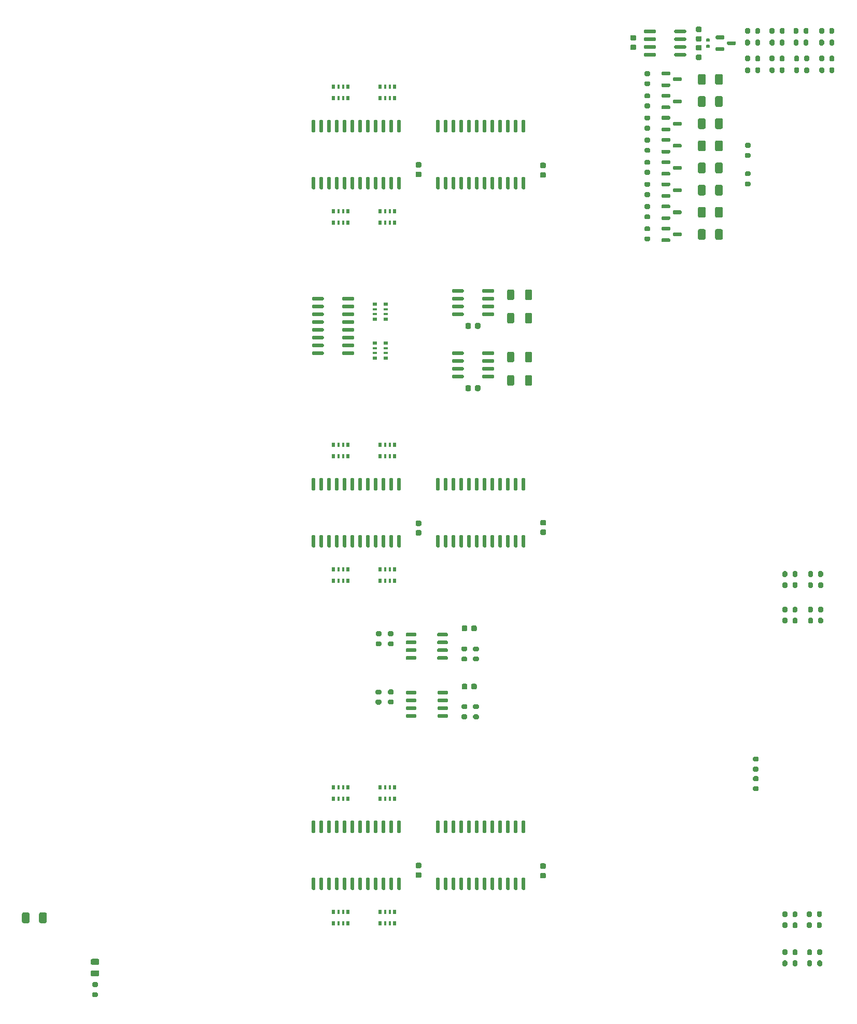
<source format=gtp>
G04 #@! TF.GenerationSoftware,KiCad,Pcbnew,7.0.6-7.0.6~ubuntu22.04.1*
G04 #@! TF.CreationDate,2023-08-13T18:51:55+00:00*
G04 #@! TF.ProjectId,digital_inputs,64696769-7461-46c5-9f69-6e707574732e,rev?*
G04 #@! TF.SameCoordinates,PX791ddc0PYca2dd00*
G04 #@! TF.FileFunction,Paste,Top*
G04 #@! TF.FilePolarity,Positive*
%FSLAX46Y46*%
G04 Gerber Fmt 4.6, Leading zero omitted, Abs format (unit mm)*
G04 Created by KiCad (PCBNEW 7.0.6-7.0.6~ubuntu22.04.1) date 2023-08-13 18:51:55*
%MOMM*%
%LPD*%
G01*
G04 APERTURE LIST*
%ADD10R,0.500000X0.800000*%
%ADD11R,0.400000X0.800000*%
%ADD12R,0.800000X0.500000*%
%ADD13R,0.800000X0.400000*%
G04 APERTURE END LIST*
G04 #@! TO.C,R38*
G36*
G01*
X166025000Y15475000D02*
X166025000Y14925000D01*
G75*
G02*
X165825000Y14725000I-200000J0D01*
G01*
X165425000Y14725000D01*
G75*
G02*
X165225000Y14925000I0J200000D01*
G01*
X165225000Y15475000D01*
G75*
G02*
X165425000Y15675000I200000J0D01*
G01*
X165825000Y15675000D01*
G75*
G02*
X166025000Y15475000I0J-200000D01*
G01*
G37*
G36*
G01*
X164375000Y15475000D02*
X164375000Y14925000D01*
G75*
G02*
X164175000Y14725000I-200000J0D01*
G01*
X163775000Y14725000D01*
G75*
G02*
X163575000Y14925000I0J200000D01*
G01*
X163575000Y15475000D01*
G75*
G02*
X163775000Y15675000I200000J0D01*
G01*
X164175000Y15675000D01*
G75*
G02*
X164375000Y15475000I0J-200000D01*
G01*
G37*
G04 #@! TD*
G04 #@! TO.C,F6*
G36*
G01*
X149775000Y152575000D02*
X149775000Y153825000D01*
G75*
G02*
X150025000Y154075000I250000J0D01*
G01*
X150775000Y154075000D01*
G75*
G02*
X151025000Y153825000I0J-250000D01*
G01*
X151025000Y152575000D01*
G75*
G02*
X150775000Y152325000I-250000J0D01*
G01*
X150025000Y152325000D01*
G75*
G02*
X149775000Y152575000I0J250000D01*
G01*
G37*
G36*
G01*
X152575000Y152575000D02*
X152575000Y153825000D01*
G75*
G02*
X152825000Y154075000I250000J0D01*
G01*
X153575000Y154075000D01*
G75*
G02*
X153825000Y153825000I0J-250000D01*
G01*
X153825000Y152575000D01*
G75*
G02*
X153575000Y152325000I-250000J0D01*
G01*
X152825000Y152325000D01*
G75*
G02*
X152575000Y152575000I0J250000D01*
G01*
G37*
G04 #@! TD*
G04 #@! TO.C,R59*
G36*
G01*
X172050000Y156875000D02*
X172050000Y156325000D01*
G75*
G02*
X171850000Y156125000I-200000J0D01*
G01*
X171450000Y156125000D01*
G75*
G02*
X171250000Y156325000I0J200000D01*
G01*
X171250000Y156875000D01*
G75*
G02*
X171450000Y157075000I200000J0D01*
G01*
X171850000Y157075000D01*
G75*
G02*
X172050000Y156875000I0J-200000D01*
G01*
G37*
G36*
G01*
X170400000Y156875000D02*
X170400000Y156325000D01*
G75*
G02*
X170200000Y156125000I-200000J0D01*
G01*
X169800000Y156125000D01*
G75*
G02*
X169600000Y156325000I0J200000D01*
G01*
X169600000Y156875000D01*
G75*
G02*
X169800000Y157075000I200000J0D01*
G01*
X170200000Y157075000D01*
G75*
G02*
X170400000Y156875000I0J-200000D01*
G01*
G37*
G04 #@! TD*
G04 #@! TO.C,R41*
G36*
G01*
X159500000Y40275000D02*
X158950000Y40275000D01*
G75*
G02*
X158750000Y40475000I0J200000D01*
G01*
X158750000Y40875000D01*
G75*
G02*
X158950000Y41075000I200000J0D01*
G01*
X159500000Y41075000D01*
G75*
G02*
X159700000Y40875000I0J-200000D01*
G01*
X159700000Y40475000D01*
G75*
G02*
X159500000Y40275000I-200000J0D01*
G01*
G37*
G36*
G01*
X159500000Y41925000D02*
X158950000Y41925000D01*
G75*
G02*
X158750000Y42125000I0J200000D01*
G01*
X158750000Y42525000D01*
G75*
G02*
X158950000Y42725000I200000J0D01*
G01*
X159500000Y42725000D01*
G75*
G02*
X159700000Y42525000I0J-200000D01*
G01*
X159700000Y42125000D01*
G75*
G02*
X159500000Y41925000I-200000J0D01*
G01*
G37*
G04 #@! TD*
G04 #@! TO.C,Q3*
G36*
G01*
X143787500Y146771430D02*
X143787500Y147071430D01*
G75*
G02*
X143937500Y147221430I150000J0D01*
G01*
X145112500Y147221430D01*
G75*
G02*
X145262500Y147071430I0J-150000D01*
G01*
X145262500Y146771430D01*
G75*
G02*
X145112500Y146621430I-150000J0D01*
G01*
X143937500Y146621430D01*
G75*
G02*
X143787500Y146771430I0J150000D01*
G01*
G37*
G36*
G01*
X145662500Y145821430D02*
X145662500Y146121430D01*
G75*
G02*
X145812500Y146271430I150000J0D01*
G01*
X146987500Y146271430D01*
G75*
G02*
X147137500Y146121430I0J-150000D01*
G01*
X147137500Y145821430D01*
G75*
G02*
X146987500Y145671430I-150000J0D01*
G01*
X145812500Y145671430D01*
G75*
G02*
X145662500Y145821430I0J150000D01*
G01*
G37*
G36*
G01*
X143787500Y144871430D02*
X143787500Y145171430D01*
G75*
G02*
X143937500Y145321430I150000J0D01*
G01*
X145112500Y145321430D01*
G75*
G02*
X145262500Y145171430I0J-150000D01*
G01*
X145262500Y144871430D01*
G75*
G02*
X145112500Y144721430I-150000J0D01*
G01*
X143937500Y144721430D01*
G75*
G02*
X143787500Y144871430I0J150000D01*
G01*
G37*
G04 #@! TD*
G04 #@! TO.C,D1*
G36*
G01*
X51756250Y6875000D02*
X50843750Y6875000D01*
G75*
G02*
X50600000Y7118750I0J243750D01*
G01*
X50600000Y7606250D01*
G75*
G02*
X50843750Y7850000I243750J0D01*
G01*
X51756250Y7850000D01*
G75*
G02*
X52000000Y7606250I0J-243750D01*
G01*
X52000000Y7118750D01*
G75*
G02*
X51756250Y6875000I-243750J0D01*
G01*
G37*
G36*
G01*
X51756250Y8750000D02*
X50843750Y8750000D01*
G75*
G02*
X50600000Y8993750I0J243750D01*
G01*
X50600000Y9481250D01*
G75*
G02*
X50843750Y9725000I243750J0D01*
G01*
X51756250Y9725000D01*
G75*
G02*
X52000000Y9481250I0J-243750D01*
G01*
X52000000Y8993750D01*
G75*
G02*
X51756250Y8750000I-243750J0D01*
G01*
G37*
G04 #@! TD*
G04 #@! TO.C,R44*
G36*
G01*
X166025000Y9275000D02*
X166025000Y8725000D01*
G75*
G02*
X165825000Y8525000I-200000J0D01*
G01*
X165425000Y8525000D01*
G75*
G02*
X165225000Y8725000I0J200000D01*
G01*
X165225000Y9275000D01*
G75*
G02*
X165425000Y9475000I200000J0D01*
G01*
X165825000Y9475000D01*
G75*
G02*
X166025000Y9275000I0J-200000D01*
G01*
G37*
G36*
G01*
X164375000Y9275000D02*
X164375000Y8725000D01*
G75*
G02*
X164175000Y8525000I-200000J0D01*
G01*
X163775000Y8525000D01*
G75*
G02*
X163575000Y8725000I0J200000D01*
G01*
X163575000Y9275000D01*
G75*
G02*
X163775000Y9475000I200000J0D01*
G01*
X164175000Y9475000D01*
G75*
G02*
X164375000Y9275000I0J-200000D01*
G01*
G37*
G04 #@! TD*
G04 #@! TO.C,R34*
G36*
G01*
X161475000Y160825000D02*
X161475000Y161375000D01*
G75*
G02*
X161675000Y161575000I200000J0D01*
G01*
X162075000Y161575000D01*
G75*
G02*
X162275000Y161375000I0J-200000D01*
G01*
X162275000Y160825000D01*
G75*
G02*
X162075000Y160625000I-200000J0D01*
G01*
X161675000Y160625000D01*
G75*
G02*
X161475000Y160825000I0J200000D01*
G01*
G37*
G36*
G01*
X163125000Y160825000D02*
X163125000Y161375000D01*
G75*
G02*
X163325000Y161575000I200000J0D01*
G01*
X163725000Y161575000D01*
G75*
G02*
X163925000Y161375000I0J-200000D01*
G01*
X163925000Y160825000D01*
G75*
G02*
X163725000Y160625000I-200000J0D01*
G01*
X163325000Y160625000D01*
G75*
G02*
X163125000Y160825000I0J200000D01*
G01*
G37*
G04 #@! TD*
G04 #@! TO.C,F2*
G36*
G01*
X149775000Y138117860D02*
X149775000Y139367860D01*
G75*
G02*
X150025000Y139617860I250000J0D01*
G01*
X150775000Y139617860D01*
G75*
G02*
X151025000Y139367860I0J-250000D01*
G01*
X151025000Y138117860D01*
G75*
G02*
X150775000Y137867860I-250000J0D01*
G01*
X150025000Y137867860D01*
G75*
G02*
X149775000Y138117860I0J250000D01*
G01*
G37*
G36*
G01*
X152575000Y138117860D02*
X152575000Y139367860D01*
G75*
G02*
X152825000Y139617860I250000J0D01*
G01*
X153575000Y139617860D01*
G75*
G02*
X153825000Y139367860I0J-250000D01*
G01*
X153825000Y138117860D01*
G75*
G02*
X153575000Y137867860I-250000J0D01*
G01*
X152825000Y137867860D01*
G75*
G02*
X152575000Y138117860I0J250000D01*
G01*
G37*
G04 #@! TD*
G04 #@! TO.C,C12*
G36*
G01*
X138950000Y160425000D02*
X139450000Y160425000D01*
G75*
G02*
X139675000Y160200000I0J-225000D01*
G01*
X139675000Y159750000D01*
G75*
G02*
X139450000Y159525000I-225000J0D01*
G01*
X138950000Y159525000D01*
G75*
G02*
X138725000Y159750000I0J225000D01*
G01*
X138725000Y160200000D01*
G75*
G02*
X138950000Y160425000I225000J0D01*
G01*
G37*
G36*
G01*
X138950000Y158875000D02*
X139450000Y158875000D01*
G75*
G02*
X139675000Y158650000I0J-225000D01*
G01*
X139675000Y158200000D01*
G75*
G02*
X139450000Y157975000I-225000J0D01*
G01*
X138950000Y157975000D01*
G75*
G02*
X138725000Y158200000I0J225000D01*
G01*
X138725000Y158650000D01*
G75*
G02*
X138950000Y158875000I225000J0D01*
G01*
G37*
G04 #@! TD*
G04 #@! TO.C,R1*
G36*
G01*
X122675000Y118685000D02*
X122675000Y117435000D01*
G75*
G02*
X122425000Y117185000I-250000J0D01*
G01*
X121800000Y117185000D01*
G75*
G02*
X121550000Y117435000I0J250000D01*
G01*
X121550000Y118685000D01*
G75*
G02*
X121800000Y118935000I250000J0D01*
G01*
X122425000Y118935000D01*
G75*
G02*
X122675000Y118685000I0J-250000D01*
G01*
G37*
G36*
G01*
X119750000Y118685000D02*
X119750000Y117435000D01*
G75*
G02*
X119500000Y117185000I-250000J0D01*
G01*
X118875000Y117185000D01*
G75*
G02*
X118625000Y117435000I0J250000D01*
G01*
X118625000Y118685000D01*
G75*
G02*
X118875000Y118935000I250000J0D01*
G01*
X119500000Y118935000D01*
G75*
G02*
X119750000Y118685000I0J-250000D01*
G01*
G37*
G04 #@! TD*
D10*
G04 #@! TO.C,RN12*
X90240000Y15560000D03*
D11*
X91040000Y15560000D03*
X91840000Y15560000D03*
D10*
X92640000Y15560000D03*
X92640000Y17360000D03*
D11*
X91840000Y17360000D03*
X91040000Y17360000D03*
D10*
X90240000Y17360000D03*
G04 #@! TD*
G04 #@! TO.C,C8*
G36*
G01*
X114255000Y113230000D02*
X114255000Y112730000D01*
G75*
G02*
X114030000Y112505000I-225000J0D01*
G01*
X113580000Y112505000D01*
G75*
G02*
X113355000Y112730000I0J225000D01*
G01*
X113355000Y113230000D01*
G75*
G02*
X113580000Y113455000I225000J0D01*
G01*
X114030000Y113455000D01*
G75*
G02*
X114255000Y113230000I0J-225000D01*
G01*
G37*
G36*
G01*
X112705000Y113230000D02*
X112705000Y112730000D01*
G75*
G02*
X112480000Y112505000I-225000J0D01*
G01*
X112030000Y112505000D01*
G75*
G02*
X111805000Y112730000I0J225000D01*
G01*
X111805000Y113230000D01*
G75*
G02*
X112030000Y113455000I225000J0D01*
G01*
X112480000Y113455000D01*
G75*
G02*
X112705000Y113230000I0J-225000D01*
G01*
G37*
G04 #@! TD*
G04 #@! TO.C,RN9*
X92640000Y37680000D03*
D11*
X91840000Y37680000D03*
X91040000Y37680000D03*
D10*
X90240000Y37680000D03*
X90240000Y35880000D03*
D11*
X91040000Y35880000D03*
X91840000Y35880000D03*
D10*
X92640000Y35880000D03*
G04 #@! TD*
G04 #@! TO.C,R12*
G36*
G01*
X122675000Y104715000D02*
X122675000Y103465000D01*
G75*
G02*
X122425000Y103215000I-250000J0D01*
G01*
X121800000Y103215000D01*
G75*
G02*
X121550000Y103465000I0J250000D01*
G01*
X121550000Y104715000D01*
G75*
G02*
X121800000Y104965000I250000J0D01*
G01*
X122425000Y104965000D01*
G75*
G02*
X122675000Y104715000I0J-250000D01*
G01*
G37*
G36*
G01*
X119750000Y104715000D02*
X119750000Y103465000D01*
G75*
G02*
X119500000Y103215000I-250000J0D01*
G01*
X118875000Y103215000D01*
G75*
G02*
X118625000Y103465000I0J250000D01*
G01*
X118625000Y104715000D01*
G75*
G02*
X118875000Y104965000I250000J0D01*
G01*
X119500000Y104965000D01*
G75*
G02*
X119750000Y104715000I0J-250000D01*
G01*
G37*
G04 #@! TD*
G04 #@! TO.C,R48*
G36*
G01*
X170200000Y70975000D02*
X170200000Y70425000D01*
G75*
G02*
X170000000Y70225000I-200000J0D01*
G01*
X169600000Y70225000D01*
G75*
G02*
X169400000Y70425000I0J200000D01*
G01*
X169400000Y70975000D01*
G75*
G02*
X169600000Y71175000I200000J0D01*
G01*
X170000000Y71175000D01*
G75*
G02*
X170200000Y70975000I0J-200000D01*
G01*
G37*
G36*
G01*
X168550000Y70975000D02*
X168550000Y70425000D01*
G75*
G02*
X168350000Y70225000I-200000J0D01*
G01*
X167950000Y70225000D01*
G75*
G02*
X167750000Y70425000I0J200000D01*
G01*
X167750000Y70975000D01*
G75*
G02*
X167950000Y71175000I200000J0D01*
G01*
X168350000Y71175000D01*
G75*
G02*
X168550000Y70975000I0J-200000D01*
G01*
G37*
G04 #@! TD*
G04 #@! TO.C,U1*
G36*
G01*
X102050000Y62455000D02*
X102050000Y62755000D01*
G75*
G02*
X102200000Y62905000I150000J0D01*
G01*
X103650000Y62905000D01*
G75*
G02*
X103800000Y62755000I0J-150000D01*
G01*
X103800000Y62455000D01*
G75*
G02*
X103650000Y62305000I-150000J0D01*
G01*
X102200000Y62305000D01*
G75*
G02*
X102050000Y62455000I0J150000D01*
G01*
G37*
G36*
G01*
X102050000Y61185000D02*
X102050000Y61485000D01*
G75*
G02*
X102200000Y61635000I150000J0D01*
G01*
X103650000Y61635000D01*
G75*
G02*
X103800000Y61485000I0J-150000D01*
G01*
X103800000Y61185000D01*
G75*
G02*
X103650000Y61035000I-150000J0D01*
G01*
X102200000Y61035000D01*
G75*
G02*
X102050000Y61185000I0J150000D01*
G01*
G37*
G36*
G01*
X102050000Y59915000D02*
X102050000Y60215000D01*
G75*
G02*
X102200000Y60365000I150000J0D01*
G01*
X103650000Y60365000D01*
G75*
G02*
X103800000Y60215000I0J-150000D01*
G01*
X103800000Y59915000D01*
G75*
G02*
X103650000Y59765000I-150000J0D01*
G01*
X102200000Y59765000D01*
G75*
G02*
X102050000Y59915000I0J150000D01*
G01*
G37*
G36*
G01*
X102050000Y58645000D02*
X102050000Y58945000D01*
G75*
G02*
X102200000Y59095000I150000J0D01*
G01*
X103650000Y59095000D01*
G75*
G02*
X103800000Y58945000I0J-150000D01*
G01*
X103800000Y58645000D01*
G75*
G02*
X103650000Y58495000I-150000J0D01*
G01*
X102200000Y58495000D01*
G75*
G02*
X102050000Y58645000I0J150000D01*
G01*
G37*
G36*
G01*
X107200000Y58645000D02*
X107200000Y58945000D01*
G75*
G02*
X107350000Y59095000I150000J0D01*
G01*
X108800000Y59095000D01*
G75*
G02*
X108950000Y58945000I0J-150000D01*
G01*
X108950000Y58645000D01*
G75*
G02*
X108800000Y58495000I-150000J0D01*
G01*
X107350000Y58495000D01*
G75*
G02*
X107200000Y58645000I0J150000D01*
G01*
G37*
G36*
G01*
X107200000Y59915000D02*
X107200000Y60215000D01*
G75*
G02*
X107350000Y60365000I150000J0D01*
G01*
X108800000Y60365000D01*
G75*
G02*
X108950000Y60215000I0J-150000D01*
G01*
X108950000Y59915000D01*
G75*
G02*
X108800000Y59765000I-150000J0D01*
G01*
X107350000Y59765000D01*
G75*
G02*
X107200000Y59915000I0J150000D01*
G01*
G37*
G36*
G01*
X107200000Y61185000D02*
X107200000Y61485000D01*
G75*
G02*
X107350000Y61635000I150000J0D01*
G01*
X108800000Y61635000D01*
G75*
G02*
X108950000Y61485000I0J-150000D01*
G01*
X108950000Y61185000D01*
G75*
G02*
X108800000Y61035000I-150000J0D01*
G01*
X107350000Y61035000D01*
G75*
G02*
X107200000Y61185000I0J150000D01*
G01*
G37*
G36*
G01*
X107200000Y62455000D02*
X107200000Y62755000D01*
G75*
G02*
X107350000Y62905000I150000J0D01*
G01*
X108800000Y62905000D01*
G75*
G02*
X108950000Y62755000I0J-150000D01*
G01*
X108950000Y62455000D01*
G75*
G02*
X108800000Y62305000I-150000J0D01*
G01*
X107350000Y62305000D01*
G75*
G02*
X107200000Y62455000I0J150000D01*
G01*
G37*
G04 #@! TD*
G04 #@! TO.C,D2*
G36*
G01*
X152625000Y159900000D02*
X152625000Y160200000D01*
G75*
G02*
X152775000Y160350000I150000J0D01*
G01*
X153950000Y160350000D01*
G75*
G02*
X154100000Y160200000I0J-150000D01*
G01*
X154100000Y159900000D01*
G75*
G02*
X153950000Y159750000I-150000J0D01*
G01*
X152775000Y159750000D01*
G75*
G02*
X152625000Y159900000I0J150000D01*
G01*
G37*
G36*
G01*
X152625000Y158000000D02*
X152625000Y158300000D01*
G75*
G02*
X152775000Y158450000I150000J0D01*
G01*
X153950000Y158450000D01*
G75*
G02*
X154100000Y158300000I0J-150000D01*
G01*
X154100000Y158000000D01*
G75*
G02*
X153950000Y157850000I-150000J0D01*
G01*
X152775000Y157850000D01*
G75*
G02*
X152625000Y158000000I0J150000D01*
G01*
G37*
G36*
G01*
X154500000Y158950000D02*
X154500000Y159250000D01*
G75*
G02*
X154650000Y159400000I150000J0D01*
G01*
X155825000Y159400000D01*
G75*
G02*
X155975000Y159250000I0J-150000D01*
G01*
X155975000Y158950000D01*
G75*
G02*
X155825000Y158800000I-150000J0D01*
G01*
X154650000Y158800000D01*
G75*
G02*
X154500000Y158950000I0J150000D01*
G01*
G37*
G04 #@! TD*
G04 #@! TO.C,U11*
G36*
G01*
X102070000Y52995000D02*
X102070000Y53295000D01*
G75*
G02*
X102220000Y53445000I150000J0D01*
G01*
X103670000Y53445000D01*
G75*
G02*
X103820000Y53295000I0J-150000D01*
G01*
X103820000Y52995000D01*
G75*
G02*
X103670000Y52845000I-150000J0D01*
G01*
X102220000Y52845000D01*
G75*
G02*
X102070000Y52995000I0J150000D01*
G01*
G37*
G36*
G01*
X102070000Y51725000D02*
X102070000Y52025000D01*
G75*
G02*
X102220000Y52175000I150000J0D01*
G01*
X103670000Y52175000D01*
G75*
G02*
X103820000Y52025000I0J-150000D01*
G01*
X103820000Y51725000D01*
G75*
G02*
X103670000Y51575000I-150000J0D01*
G01*
X102220000Y51575000D01*
G75*
G02*
X102070000Y51725000I0J150000D01*
G01*
G37*
G36*
G01*
X102070000Y50455000D02*
X102070000Y50755000D01*
G75*
G02*
X102220000Y50905000I150000J0D01*
G01*
X103670000Y50905000D01*
G75*
G02*
X103820000Y50755000I0J-150000D01*
G01*
X103820000Y50455000D01*
G75*
G02*
X103670000Y50305000I-150000J0D01*
G01*
X102220000Y50305000D01*
G75*
G02*
X102070000Y50455000I0J150000D01*
G01*
G37*
G36*
G01*
X102070000Y49185000D02*
X102070000Y49485000D01*
G75*
G02*
X102220000Y49635000I150000J0D01*
G01*
X103670000Y49635000D01*
G75*
G02*
X103820000Y49485000I0J-150000D01*
G01*
X103820000Y49185000D01*
G75*
G02*
X103670000Y49035000I-150000J0D01*
G01*
X102220000Y49035000D01*
G75*
G02*
X102070000Y49185000I0J150000D01*
G01*
G37*
G36*
G01*
X107220000Y49185000D02*
X107220000Y49485000D01*
G75*
G02*
X107370000Y49635000I150000J0D01*
G01*
X108820000Y49635000D01*
G75*
G02*
X108970000Y49485000I0J-150000D01*
G01*
X108970000Y49185000D01*
G75*
G02*
X108820000Y49035000I-150000J0D01*
G01*
X107370000Y49035000D01*
G75*
G02*
X107220000Y49185000I0J150000D01*
G01*
G37*
G36*
G01*
X107220000Y50455000D02*
X107220000Y50755000D01*
G75*
G02*
X107370000Y50905000I150000J0D01*
G01*
X108820000Y50905000D01*
G75*
G02*
X108970000Y50755000I0J-150000D01*
G01*
X108970000Y50455000D01*
G75*
G02*
X108820000Y50305000I-150000J0D01*
G01*
X107370000Y50305000D01*
G75*
G02*
X107220000Y50455000I0J150000D01*
G01*
G37*
G36*
G01*
X107220000Y51725000D02*
X107220000Y52025000D01*
G75*
G02*
X107370000Y52175000I150000J0D01*
G01*
X108820000Y52175000D01*
G75*
G02*
X108970000Y52025000I0J-150000D01*
G01*
X108970000Y51725000D01*
G75*
G02*
X108820000Y51575000I-150000J0D01*
G01*
X107370000Y51575000D01*
G75*
G02*
X107220000Y51725000I0J150000D01*
G01*
G37*
G36*
G01*
X107220000Y52995000D02*
X107220000Y53295000D01*
G75*
G02*
X107370000Y53445000I150000J0D01*
G01*
X108820000Y53445000D01*
G75*
G02*
X108970000Y53295000I0J-150000D01*
G01*
X108970000Y52995000D01*
G75*
G02*
X108820000Y52845000I-150000J0D01*
G01*
X107370000Y52845000D01*
G75*
G02*
X107220000Y52995000I0J150000D01*
G01*
G37*
G04 #@! TD*
G04 #@! TO.C,F1*
G36*
G01*
X43425000Y17045000D02*
X43425000Y15795000D01*
G75*
G02*
X43175000Y15545000I-250000J0D01*
G01*
X42425000Y15545000D01*
G75*
G02*
X42175000Y15795000I0J250000D01*
G01*
X42175000Y17045000D01*
G75*
G02*
X42425000Y17295000I250000J0D01*
G01*
X43175000Y17295000D01*
G75*
G02*
X43425000Y17045000I0J-250000D01*
G01*
G37*
G36*
G01*
X40625000Y17045000D02*
X40625000Y15795000D01*
G75*
G02*
X40375000Y15545000I-250000J0D01*
G01*
X39625000Y15545000D01*
G75*
G02*
X39375000Y15795000I0J250000D01*
G01*
X39375000Y17045000D01*
G75*
G02*
X39625000Y17295000I250000J0D01*
G01*
X40375000Y17295000D01*
G75*
G02*
X40625000Y17045000I0J-250000D01*
G01*
G37*
G04 #@! TD*
G04 #@! TO.C,R11*
G36*
G01*
X97345000Y63165000D02*
X97895000Y63165000D01*
G75*
G02*
X98095000Y62965000I0J-200000D01*
G01*
X98095000Y62565000D01*
G75*
G02*
X97895000Y62365000I-200000J0D01*
G01*
X97345000Y62365000D01*
G75*
G02*
X97145000Y62565000I0J200000D01*
G01*
X97145000Y62965000D01*
G75*
G02*
X97345000Y63165000I200000J0D01*
G01*
G37*
G36*
G01*
X97345000Y61515000D02*
X97895000Y61515000D01*
G75*
G02*
X98095000Y61315000I0J-200000D01*
G01*
X98095000Y60915000D01*
G75*
G02*
X97895000Y60715000I-200000J0D01*
G01*
X97345000Y60715000D01*
G75*
G02*
X97145000Y60915000I0J200000D01*
G01*
X97145000Y61315000D01*
G75*
G02*
X97345000Y61515000I200000J0D01*
G01*
G37*
G04 #@! TD*
G04 #@! TO.C,R33*
G36*
G01*
X157475000Y158925000D02*
X157475000Y159475000D01*
G75*
G02*
X157675000Y159675000I200000J0D01*
G01*
X158075000Y159675000D01*
G75*
G02*
X158275000Y159475000I0J-200000D01*
G01*
X158275000Y158925000D01*
G75*
G02*
X158075000Y158725000I-200000J0D01*
G01*
X157675000Y158725000D01*
G75*
G02*
X157475000Y158925000I0J200000D01*
G01*
G37*
G36*
G01*
X159125000Y158925000D02*
X159125000Y159475000D01*
G75*
G02*
X159325000Y159675000I200000J0D01*
G01*
X159725000Y159675000D01*
G75*
G02*
X159925000Y159475000I0J-200000D01*
G01*
X159925000Y158925000D01*
G75*
G02*
X159725000Y158725000I-200000J0D01*
G01*
X159325000Y158725000D01*
G75*
G02*
X159125000Y158925000I0J200000D01*
G01*
G37*
G04 #@! TD*
G04 #@! TO.C,R50*
G36*
G01*
X167750000Y64625000D02*
X167750000Y65175000D01*
G75*
G02*
X167950000Y65375000I200000J0D01*
G01*
X168350000Y65375000D01*
G75*
G02*
X168550000Y65175000I0J-200000D01*
G01*
X168550000Y64625000D01*
G75*
G02*
X168350000Y64425000I-200000J0D01*
G01*
X167950000Y64425000D01*
G75*
G02*
X167750000Y64625000I0J200000D01*
G01*
G37*
G36*
G01*
X169400000Y64625000D02*
X169400000Y65175000D01*
G75*
G02*
X169600000Y65375000I200000J0D01*
G01*
X170000000Y65375000D01*
G75*
G02*
X170200000Y65175000I0J-200000D01*
G01*
X170200000Y64625000D01*
G75*
G02*
X170000000Y64425000I-200000J0D01*
G01*
X169600000Y64425000D01*
G75*
G02*
X169400000Y64625000I0J200000D01*
G01*
G37*
G04 #@! TD*
G04 #@! TO.C,Q2*
G36*
G01*
X143787500Y143157145D02*
X143787500Y143457145D01*
G75*
G02*
X143937500Y143607145I150000J0D01*
G01*
X145112500Y143607145D01*
G75*
G02*
X145262500Y143457145I0J-150000D01*
G01*
X145262500Y143157145D01*
G75*
G02*
X145112500Y143007145I-150000J0D01*
G01*
X143937500Y143007145D01*
G75*
G02*
X143787500Y143157145I0J150000D01*
G01*
G37*
G36*
G01*
X145662500Y142207145D02*
X145662500Y142507145D01*
G75*
G02*
X145812500Y142657145I150000J0D01*
G01*
X146987500Y142657145D01*
G75*
G02*
X147137500Y142507145I0J-150000D01*
G01*
X147137500Y142207145D01*
G75*
G02*
X146987500Y142057145I-150000J0D01*
G01*
X145812500Y142057145D01*
G75*
G02*
X145662500Y142207145I0J150000D01*
G01*
G37*
G36*
G01*
X143787500Y141257145D02*
X143787500Y141557145D01*
G75*
G02*
X143937500Y141707145I150000J0D01*
G01*
X145112500Y141707145D01*
G75*
G02*
X145262500Y141557145I0J-150000D01*
G01*
X145262500Y141257145D01*
G75*
G02*
X145112500Y141107145I-150000J0D01*
G01*
X143937500Y141107145D01*
G75*
G02*
X143787500Y141257145I0J150000D01*
G01*
G37*
G04 #@! TD*
G04 #@! TO.C,R42*
G36*
G01*
X167550000Y16750000D02*
X167550000Y17300000D01*
G75*
G02*
X167750000Y17500000I200000J0D01*
G01*
X168150000Y17500000D01*
G75*
G02*
X168350000Y17300000I0J-200000D01*
G01*
X168350000Y16750000D01*
G75*
G02*
X168150000Y16550000I-200000J0D01*
G01*
X167750000Y16550000D01*
G75*
G02*
X167550000Y16750000I0J200000D01*
G01*
G37*
G36*
G01*
X169200000Y16750000D02*
X169200000Y17300000D01*
G75*
G02*
X169400000Y17500000I200000J0D01*
G01*
X169800000Y17500000D01*
G75*
G02*
X170000000Y17300000I0J-200000D01*
G01*
X170000000Y16750000D01*
G75*
G02*
X169800000Y16550000I-200000J0D01*
G01*
X169400000Y16550000D01*
G75*
G02*
X169200000Y16750000I0J200000D01*
G01*
G37*
G04 #@! TD*
G04 #@! TO.C,R14*
G36*
G01*
X141775000Y137617860D02*
X141225000Y137617860D01*
G75*
G02*
X141025000Y137817860I0J200000D01*
G01*
X141025000Y138217860D01*
G75*
G02*
X141225000Y138417860I200000J0D01*
G01*
X141775000Y138417860D01*
G75*
G02*
X141975000Y138217860I0J-200000D01*
G01*
X141975000Y137817860D01*
G75*
G02*
X141775000Y137617860I-200000J0D01*
G01*
G37*
G36*
G01*
X141775000Y139267860D02*
X141225000Y139267860D01*
G75*
G02*
X141025000Y139467860I0J200000D01*
G01*
X141025000Y139867860D01*
G75*
G02*
X141225000Y140067860I200000J0D01*
G01*
X141775000Y140067860D01*
G75*
G02*
X141975000Y139867860I0J-200000D01*
G01*
X141975000Y139467860D01*
G75*
G02*
X141775000Y139267860I-200000J0D01*
G01*
G37*
G04 #@! TD*
G04 #@! TO.C,C9*
G36*
G01*
X114255000Y103070000D02*
X114255000Y102570000D01*
G75*
G02*
X114030000Y102345000I-225000J0D01*
G01*
X113580000Y102345000D01*
G75*
G02*
X113355000Y102570000I0J225000D01*
G01*
X113355000Y103070000D01*
G75*
G02*
X113580000Y103295000I225000J0D01*
G01*
X114030000Y103295000D01*
G75*
G02*
X114255000Y103070000I0J-225000D01*
G01*
G37*
G36*
G01*
X112705000Y103070000D02*
X112705000Y102570000D01*
G75*
G02*
X112480000Y102345000I-225000J0D01*
G01*
X112030000Y102345000D01*
G75*
G02*
X111805000Y102570000I0J225000D01*
G01*
X111805000Y103070000D01*
G75*
G02*
X112030000Y103295000I225000J0D01*
G01*
X112480000Y103295000D01*
G75*
G02*
X112705000Y103070000I0J-225000D01*
G01*
G37*
G04 #@! TD*
G04 #@! TO.C,R25*
G36*
G01*
X157475000Y156325000D02*
X157475000Y156875000D01*
G75*
G02*
X157675000Y157075000I200000J0D01*
G01*
X158075000Y157075000D01*
G75*
G02*
X158275000Y156875000I0J-200000D01*
G01*
X158275000Y156325000D01*
G75*
G02*
X158075000Y156125000I-200000J0D01*
G01*
X157675000Y156125000D01*
G75*
G02*
X157475000Y156325000I0J200000D01*
G01*
G37*
G36*
G01*
X159125000Y156325000D02*
X159125000Y156875000D01*
G75*
G02*
X159325000Y157075000I200000J0D01*
G01*
X159725000Y157075000D01*
G75*
G02*
X159925000Y156875000I0J-200000D01*
G01*
X159925000Y156325000D01*
G75*
G02*
X159725000Y156125000I-200000J0D01*
G01*
X159325000Y156125000D01*
G75*
G02*
X159125000Y156325000I0J200000D01*
G01*
G37*
G04 #@! TD*
G04 #@! TO.C,C2*
G36*
G01*
X124210000Y139605000D02*
X124710000Y139605000D01*
G75*
G02*
X124935000Y139380000I0J-225000D01*
G01*
X124935000Y138930000D01*
G75*
G02*
X124710000Y138705000I-225000J0D01*
G01*
X124210000Y138705000D01*
G75*
G02*
X123985000Y138930000I0J225000D01*
G01*
X123985000Y139380000D01*
G75*
G02*
X124210000Y139605000I225000J0D01*
G01*
G37*
G36*
G01*
X124210000Y138055000D02*
X124710000Y138055000D01*
G75*
G02*
X124935000Y137830000I0J-225000D01*
G01*
X124935000Y137380000D01*
G75*
G02*
X124710000Y137155000I-225000J0D01*
G01*
X124210000Y137155000D01*
G75*
G02*
X123985000Y137380000I0J225000D01*
G01*
X123985000Y137830000D01*
G75*
G02*
X124210000Y138055000I225000J0D01*
G01*
G37*
G04 #@! TD*
G04 #@! TO.C,U12*
G36*
G01*
X140950000Y160855000D02*
X140950000Y161155000D01*
G75*
G02*
X141100000Y161305000I150000J0D01*
G01*
X142750000Y161305000D01*
G75*
G02*
X142900000Y161155000I0J-150000D01*
G01*
X142900000Y160855000D01*
G75*
G02*
X142750000Y160705000I-150000J0D01*
G01*
X141100000Y160705000D01*
G75*
G02*
X140950000Y160855000I0J150000D01*
G01*
G37*
G36*
G01*
X140950000Y159585000D02*
X140950000Y159885000D01*
G75*
G02*
X141100000Y160035000I150000J0D01*
G01*
X142750000Y160035000D01*
G75*
G02*
X142900000Y159885000I0J-150000D01*
G01*
X142900000Y159585000D01*
G75*
G02*
X142750000Y159435000I-150000J0D01*
G01*
X141100000Y159435000D01*
G75*
G02*
X140950000Y159585000I0J150000D01*
G01*
G37*
G36*
G01*
X140950000Y158315000D02*
X140950000Y158615000D01*
G75*
G02*
X141100000Y158765000I150000J0D01*
G01*
X142750000Y158765000D01*
G75*
G02*
X142900000Y158615000I0J-150000D01*
G01*
X142900000Y158315000D01*
G75*
G02*
X142750000Y158165000I-150000J0D01*
G01*
X141100000Y158165000D01*
G75*
G02*
X140950000Y158315000I0J150000D01*
G01*
G37*
G36*
G01*
X140950000Y157045000D02*
X140950000Y157345000D01*
G75*
G02*
X141100000Y157495000I150000J0D01*
G01*
X142750000Y157495000D01*
G75*
G02*
X142900000Y157345000I0J-150000D01*
G01*
X142900000Y157045000D01*
G75*
G02*
X142750000Y156895000I-150000J0D01*
G01*
X141100000Y156895000D01*
G75*
G02*
X140950000Y157045000I0J150000D01*
G01*
G37*
G36*
G01*
X145900000Y157045000D02*
X145900000Y157345000D01*
G75*
G02*
X146050000Y157495000I150000J0D01*
G01*
X147700000Y157495000D01*
G75*
G02*
X147850000Y157345000I0J-150000D01*
G01*
X147850000Y157045000D01*
G75*
G02*
X147700000Y156895000I-150000J0D01*
G01*
X146050000Y156895000D01*
G75*
G02*
X145900000Y157045000I0J150000D01*
G01*
G37*
G36*
G01*
X145900000Y158315000D02*
X145900000Y158615000D01*
G75*
G02*
X146050000Y158765000I150000J0D01*
G01*
X147700000Y158765000D01*
G75*
G02*
X147850000Y158615000I0J-150000D01*
G01*
X147850000Y158315000D01*
G75*
G02*
X147700000Y158165000I-150000J0D01*
G01*
X146050000Y158165000D01*
G75*
G02*
X145900000Y158315000I0J150000D01*
G01*
G37*
G36*
G01*
X145900000Y159585000D02*
X145900000Y159885000D01*
G75*
G02*
X146050000Y160035000I150000J0D01*
G01*
X147700000Y160035000D01*
G75*
G02*
X147850000Y159885000I0J-150000D01*
G01*
X147850000Y159585000D01*
G75*
G02*
X147700000Y159435000I-150000J0D01*
G01*
X146050000Y159435000D01*
G75*
G02*
X145900000Y159585000I0J150000D01*
G01*
G37*
G36*
G01*
X145900000Y160855000D02*
X145900000Y161155000D01*
G75*
G02*
X146050000Y161305000I150000J0D01*
G01*
X147700000Y161305000D01*
G75*
G02*
X147850000Y161155000I0J-150000D01*
G01*
X147850000Y160855000D01*
G75*
G02*
X147700000Y160705000I-150000J0D01*
G01*
X146050000Y160705000D01*
G75*
G02*
X145900000Y160855000I0J150000D01*
G01*
G37*
G04 #@! TD*
G04 #@! TO.C,R5*
G36*
G01*
X113245000Y60690000D02*
X113795000Y60690000D01*
G75*
G02*
X113995000Y60490000I0J-200000D01*
G01*
X113995000Y60090000D01*
G75*
G02*
X113795000Y59890000I-200000J0D01*
G01*
X113245000Y59890000D01*
G75*
G02*
X113045000Y60090000I0J200000D01*
G01*
X113045000Y60490000D01*
G75*
G02*
X113245000Y60690000I200000J0D01*
G01*
G37*
G36*
G01*
X113245000Y59040000D02*
X113795000Y59040000D01*
G75*
G02*
X113995000Y58840000I0J-200000D01*
G01*
X113995000Y58440000D01*
G75*
G02*
X113795000Y58240000I-200000J0D01*
G01*
X113245000Y58240000D01*
G75*
G02*
X113045000Y58440000I0J200000D01*
G01*
X113045000Y58840000D01*
G75*
G02*
X113245000Y59040000I200000J0D01*
G01*
G37*
G04 #@! TD*
G04 #@! TO.C,R40*
G36*
G01*
X159500000Y37075000D02*
X158950000Y37075000D01*
G75*
G02*
X158750000Y37275000I0J200000D01*
G01*
X158750000Y37675000D01*
G75*
G02*
X158950000Y37875000I200000J0D01*
G01*
X159500000Y37875000D01*
G75*
G02*
X159700000Y37675000I0J-200000D01*
G01*
X159700000Y37275000D01*
G75*
G02*
X159500000Y37075000I-200000J0D01*
G01*
G37*
G36*
G01*
X159500000Y38725000D02*
X158950000Y38725000D01*
G75*
G02*
X158750000Y38925000I0J200000D01*
G01*
X158750000Y39325000D01*
G75*
G02*
X158950000Y39525000I200000J0D01*
G01*
X159500000Y39525000D01*
G75*
G02*
X159700000Y39325000I0J-200000D01*
G01*
X159700000Y38925000D01*
G75*
G02*
X159500000Y38725000I-200000J0D01*
G01*
G37*
G04 #@! TD*
G04 #@! TO.C,U2*
G36*
G01*
X121135000Y146595000D02*
X121435000Y146595000D01*
G75*
G02*
X121585000Y146445000I0J-150000D01*
G01*
X121585000Y144695000D01*
G75*
G02*
X121435000Y144545000I-150000J0D01*
G01*
X121135000Y144545000D01*
G75*
G02*
X120985000Y144695000I0J150000D01*
G01*
X120985000Y146445000D01*
G75*
G02*
X121135000Y146595000I150000J0D01*
G01*
G37*
G36*
G01*
X119865000Y146595000D02*
X120165000Y146595000D01*
G75*
G02*
X120315000Y146445000I0J-150000D01*
G01*
X120315000Y144695000D01*
G75*
G02*
X120165000Y144545000I-150000J0D01*
G01*
X119865000Y144545000D01*
G75*
G02*
X119715000Y144695000I0J150000D01*
G01*
X119715000Y146445000D01*
G75*
G02*
X119865000Y146595000I150000J0D01*
G01*
G37*
G36*
G01*
X118595000Y146595000D02*
X118895000Y146595000D01*
G75*
G02*
X119045000Y146445000I0J-150000D01*
G01*
X119045000Y144695000D01*
G75*
G02*
X118895000Y144545000I-150000J0D01*
G01*
X118595000Y144545000D01*
G75*
G02*
X118445000Y144695000I0J150000D01*
G01*
X118445000Y146445000D01*
G75*
G02*
X118595000Y146595000I150000J0D01*
G01*
G37*
G36*
G01*
X117325000Y146595000D02*
X117625000Y146595000D01*
G75*
G02*
X117775000Y146445000I0J-150000D01*
G01*
X117775000Y144695000D01*
G75*
G02*
X117625000Y144545000I-150000J0D01*
G01*
X117325000Y144545000D01*
G75*
G02*
X117175000Y144695000I0J150000D01*
G01*
X117175000Y146445000D01*
G75*
G02*
X117325000Y146595000I150000J0D01*
G01*
G37*
G36*
G01*
X116055000Y146595000D02*
X116355000Y146595000D01*
G75*
G02*
X116505000Y146445000I0J-150000D01*
G01*
X116505000Y144695000D01*
G75*
G02*
X116355000Y144545000I-150000J0D01*
G01*
X116055000Y144545000D01*
G75*
G02*
X115905000Y144695000I0J150000D01*
G01*
X115905000Y146445000D01*
G75*
G02*
X116055000Y146595000I150000J0D01*
G01*
G37*
G36*
G01*
X114785000Y146595000D02*
X115085000Y146595000D01*
G75*
G02*
X115235000Y146445000I0J-150000D01*
G01*
X115235000Y144695000D01*
G75*
G02*
X115085000Y144545000I-150000J0D01*
G01*
X114785000Y144545000D01*
G75*
G02*
X114635000Y144695000I0J150000D01*
G01*
X114635000Y146445000D01*
G75*
G02*
X114785000Y146595000I150000J0D01*
G01*
G37*
G36*
G01*
X113515000Y146595000D02*
X113815000Y146595000D01*
G75*
G02*
X113965000Y146445000I0J-150000D01*
G01*
X113965000Y144695000D01*
G75*
G02*
X113815000Y144545000I-150000J0D01*
G01*
X113515000Y144545000D01*
G75*
G02*
X113365000Y144695000I0J150000D01*
G01*
X113365000Y146445000D01*
G75*
G02*
X113515000Y146595000I150000J0D01*
G01*
G37*
G36*
G01*
X112245000Y146595000D02*
X112545000Y146595000D01*
G75*
G02*
X112695000Y146445000I0J-150000D01*
G01*
X112695000Y144695000D01*
G75*
G02*
X112545000Y144545000I-150000J0D01*
G01*
X112245000Y144545000D01*
G75*
G02*
X112095000Y144695000I0J150000D01*
G01*
X112095000Y146445000D01*
G75*
G02*
X112245000Y146595000I150000J0D01*
G01*
G37*
G36*
G01*
X110975000Y146595000D02*
X111275000Y146595000D01*
G75*
G02*
X111425000Y146445000I0J-150000D01*
G01*
X111425000Y144695000D01*
G75*
G02*
X111275000Y144545000I-150000J0D01*
G01*
X110975000Y144545000D01*
G75*
G02*
X110825000Y144695000I0J150000D01*
G01*
X110825000Y146445000D01*
G75*
G02*
X110975000Y146595000I150000J0D01*
G01*
G37*
G36*
G01*
X109705000Y146595000D02*
X110005000Y146595000D01*
G75*
G02*
X110155000Y146445000I0J-150000D01*
G01*
X110155000Y144695000D01*
G75*
G02*
X110005000Y144545000I-150000J0D01*
G01*
X109705000Y144545000D01*
G75*
G02*
X109555000Y144695000I0J150000D01*
G01*
X109555000Y146445000D01*
G75*
G02*
X109705000Y146595000I150000J0D01*
G01*
G37*
G36*
G01*
X108435000Y146595000D02*
X108735000Y146595000D01*
G75*
G02*
X108885000Y146445000I0J-150000D01*
G01*
X108885000Y144695000D01*
G75*
G02*
X108735000Y144545000I-150000J0D01*
G01*
X108435000Y144545000D01*
G75*
G02*
X108285000Y144695000I0J150000D01*
G01*
X108285000Y146445000D01*
G75*
G02*
X108435000Y146595000I150000J0D01*
G01*
G37*
G36*
G01*
X107165000Y146595000D02*
X107465000Y146595000D01*
G75*
G02*
X107615000Y146445000I0J-150000D01*
G01*
X107615000Y144695000D01*
G75*
G02*
X107465000Y144545000I-150000J0D01*
G01*
X107165000Y144545000D01*
G75*
G02*
X107015000Y144695000I0J150000D01*
G01*
X107015000Y146445000D01*
G75*
G02*
X107165000Y146595000I150000J0D01*
G01*
G37*
G36*
G01*
X107165000Y137295000D02*
X107465000Y137295000D01*
G75*
G02*
X107615000Y137145000I0J-150000D01*
G01*
X107615000Y135395000D01*
G75*
G02*
X107465000Y135245000I-150000J0D01*
G01*
X107165000Y135245000D01*
G75*
G02*
X107015000Y135395000I0J150000D01*
G01*
X107015000Y137145000D01*
G75*
G02*
X107165000Y137295000I150000J0D01*
G01*
G37*
G36*
G01*
X108435000Y137295000D02*
X108735000Y137295000D01*
G75*
G02*
X108885000Y137145000I0J-150000D01*
G01*
X108885000Y135395000D01*
G75*
G02*
X108735000Y135245000I-150000J0D01*
G01*
X108435000Y135245000D01*
G75*
G02*
X108285000Y135395000I0J150000D01*
G01*
X108285000Y137145000D01*
G75*
G02*
X108435000Y137295000I150000J0D01*
G01*
G37*
G36*
G01*
X109705000Y137295000D02*
X110005000Y137295000D01*
G75*
G02*
X110155000Y137145000I0J-150000D01*
G01*
X110155000Y135395000D01*
G75*
G02*
X110005000Y135245000I-150000J0D01*
G01*
X109705000Y135245000D01*
G75*
G02*
X109555000Y135395000I0J150000D01*
G01*
X109555000Y137145000D01*
G75*
G02*
X109705000Y137295000I150000J0D01*
G01*
G37*
G36*
G01*
X110975000Y137295000D02*
X111275000Y137295000D01*
G75*
G02*
X111425000Y137145000I0J-150000D01*
G01*
X111425000Y135395000D01*
G75*
G02*
X111275000Y135245000I-150000J0D01*
G01*
X110975000Y135245000D01*
G75*
G02*
X110825000Y135395000I0J150000D01*
G01*
X110825000Y137145000D01*
G75*
G02*
X110975000Y137295000I150000J0D01*
G01*
G37*
G36*
G01*
X112245000Y137295000D02*
X112545000Y137295000D01*
G75*
G02*
X112695000Y137145000I0J-150000D01*
G01*
X112695000Y135395000D01*
G75*
G02*
X112545000Y135245000I-150000J0D01*
G01*
X112245000Y135245000D01*
G75*
G02*
X112095000Y135395000I0J150000D01*
G01*
X112095000Y137145000D01*
G75*
G02*
X112245000Y137295000I150000J0D01*
G01*
G37*
G36*
G01*
X113515000Y137295000D02*
X113815000Y137295000D01*
G75*
G02*
X113965000Y137145000I0J-150000D01*
G01*
X113965000Y135395000D01*
G75*
G02*
X113815000Y135245000I-150000J0D01*
G01*
X113515000Y135245000D01*
G75*
G02*
X113365000Y135395000I0J150000D01*
G01*
X113365000Y137145000D01*
G75*
G02*
X113515000Y137295000I150000J0D01*
G01*
G37*
G36*
G01*
X114785000Y137295000D02*
X115085000Y137295000D01*
G75*
G02*
X115235000Y137145000I0J-150000D01*
G01*
X115235000Y135395000D01*
G75*
G02*
X115085000Y135245000I-150000J0D01*
G01*
X114785000Y135245000D01*
G75*
G02*
X114635000Y135395000I0J150000D01*
G01*
X114635000Y137145000D01*
G75*
G02*
X114785000Y137295000I150000J0D01*
G01*
G37*
G36*
G01*
X116055000Y137295000D02*
X116355000Y137295000D01*
G75*
G02*
X116505000Y137145000I0J-150000D01*
G01*
X116505000Y135395000D01*
G75*
G02*
X116355000Y135245000I-150000J0D01*
G01*
X116055000Y135245000D01*
G75*
G02*
X115905000Y135395000I0J150000D01*
G01*
X115905000Y137145000D01*
G75*
G02*
X116055000Y137295000I150000J0D01*
G01*
G37*
G36*
G01*
X117325000Y137295000D02*
X117625000Y137295000D01*
G75*
G02*
X117775000Y137145000I0J-150000D01*
G01*
X117775000Y135395000D01*
G75*
G02*
X117625000Y135245000I-150000J0D01*
G01*
X117325000Y135245000D01*
G75*
G02*
X117175000Y135395000I0J150000D01*
G01*
X117175000Y137145000D01*
G75*
G02*
X117325000Y137295000I150000J0D01*
G01*
G37*
G36*
G01*
X118595000Y137295000D02*
X118895000Y137295000D01*
G75*
G02*
X119045000Y137145000I0J-150000D01*
G01*
X119045000Y135395000D01*
G75*
G02*
X118895000Y135245000I-150000J0D01*
G01*
X118595000Y135245000D01*
G75*
G02*
X118445000Y135395000I0J150000D01*
G01*
X118445000Y137145000D01*
G75*
G02*
X118595000Y137295000I150000J0D01*
G01*
G37*
G36*
G01*
X119865000Y137295000D02*
X120165000Y137295000D01*
G75*
G02*
X120315000Y137145000I0J-150000D01*
G01*
X120315000Y135395000D01*
G75*
G02*
X120165000Y135245000I-150000J0D01*
G01*
X119865000Y135245000D01*
G75*
G02*
X119715000Y135395000I0J150000D01*
G01*
X119715000Y137145000D01*
G75*
G02*
X119865000Y137295000I150000J0D01*
G01*
G37*
G36*
G01*
X121135000Y137295000D02*
X121435000Y137295000D01*
G75*
G02*
X121585000Y137145000I0J-150000D01*
G01*
X121585000Y135395000D01*
G75*
G02*
X121435000Y135245000I-150000J0D01*
G01*
X121135000Y135245000D01*
G75*
G02*
X120985000Y135395000I0J150000D01*
G01*
X120985000Y137145000D01*
G75*
G02*
X121135000Y137295000I150000J0D01*
G01*
G37*
G04 #@! TD*
G04 #@! TO.C,R30*
G36*
G01*
X167825000Y161375000D02*
X167825000Y160825000D01*
G75*
G02*
X167625000Y160625000I-200000J0D01*
G01*
X167225000Y160625000D01*
G75*
G02*
X167025000Y160825000I0J200000D01*
G01*
X167025000Y161375000D01*
G75*
G02*
X167225000Y161575000I200000J0D01*
G01*
X167625000Y161575000D01*
G75*
G02*
X167825000Y161375000I0J-200000D01*
G01*
G37*
G36*
G01*
X166175000Y161375000D02*
X166175000Y160825000D01*
G75*
G02*
X165975000Y160625000I-200000J0D01*
G01*
X165575000Y160625000D01*
G75*
G02*
X165375000Y160825000I0J200000D01*
G01*
X165375000Y161375000D01*
G75*
G02*
X165575000Y161575000I200000J0D01*
G01*
X165975000Y161575000D01*
G75*
G02*
X166175000Y161375000I0J-200000D01*
G01*
G37*
G04 #@! TD*
G04 #@! TO.C,R28*
G36*
G01*
X167925000Y154975000D02*
X167925000Y154425000D01*
G75*
G02*
X167725000Y154225000I-200000J0D01*
G01*
X167325000Y154225000D01*
G75*
G02*
X167125000Y154425000I0J200000D01*
G01*
X167125000Y154975000D01*
G75*
G02*
X167325000Y155175000I200000J0D01*
G01*
X167725000Y155175000D01*
G75*
G02*
X167925000Y154975000I0J-200000D01*
G01*
G37*
G36*
G01*
X166275000Y154975000D02*
X166275000Y154425000D01*
G75*
G02*
X166075000Y154225000I-200000J0D01*
G01*
X165675000Y154225000D01*
G75*
G02*
X165475000Y154425000I0J200000D01*
G01*
X165475000Y154975000D01*
G75*
G02*
X165675000Y155175000I200000J0D01*
G01*
X166075000Y155175000D01*
G75*
G02*
X166275000Y154975000I0J-200000D01*
G01*
G37*
G04 #@! TD*
G04 #@! TO.C,R39*
G36*
G01*
X166025000Y17275000D02*
X166025000Y16725000D01*
G75*
G02*
X165825000Y16525000I-200000J0D01*
G01*
X165425000Y16525000D01*
G75*
G02*
X165225000Y16725000I0J200000D01*
G01*
X165225000Y17275000D01*
G75*
G02*
X165425000Y17475000I200000J0D01*
G01*
X165825000Y17475000D01*
G75*
G02*
X166025000Y17275000I0J-200000D01*
G01*
G37*
G36*
G01*
X164375000Y17275000D02*
X164375000Y16725000D01*
G75*
G02*
X164175000Y16525000I-200000J0D01*
G01*
X163775000Y16525000D01*
G75*
G02*
X163575000Y16725000I0J200000D01*
G01*
X163575000Y17275000D01*
G75*
G02*
X163775000Y17475000I200000J0D01*
G01*
X164175000Y17475000D01*
G75*
G02*
X164375000Y17275000I0J-200000D01*
G01*
G37*
G04 #@! TD*
G04 #@! TO.C,RN3*
X100260000Y131660000D03*
D11*
X99460000Y131660000D03*
X98660000Y131660000D03*
D10*
X97860000Y131660000D03*
X97860000Y129860000D03*
D11*
X98660000Y129860000D03*
X99460000Y129860000D03*
D10*
X100260000Y129860000D03*
G04 #@! TD*
G04 #@! TO.C,R36*
G36*
G01*
X169575000Y160825000D02*
X169575000Y161375000D01*
G75*
G02*
X169775000Y161575000I200000J0D01*
G01*
X170175000Y161575000D01*
G75*
G02*
X170375000Y161375000I0J-200000D01*
G01*
X170375000Y160825000D01*
G75*
G02*
X170175000Y160625000I-200000J0D01*
G01*
X169775000Y160625000D01*
G75*
G02*
X169575000Y160825000I0J200000D01*
G01*
G37*
G36*
G01*
X171225000Y160825000D02*
X171225000Y161375000D01*
G75*
G02*
X171425000Y161575000I200000J0D01*
G01*
X171825000Y161575000D01*
G75*
G02*
X172025000Y161375000I0J-200000D01*
G01*
X172025000Y160825000D01*
G75*
G02*
X171825000Y160625000I-200000J0D01*
G01*
X171425000Y160625000D01*
G75*
G02*
X171225000Y160825000I0J200000D01*
G01*
G37*
G04 #@! TD*
G04 #@! TO.C,U4*
G36*
G01*
X121135000Y32295000D02*
X121435000Y32295000D01*
G75*
G02*
X121585000Y32145000I0J-150000D01*
G01*
X121585000Y30395000D01*
G75*
G02*
X121435000Y30245000I-150000J0D01*
G01*
X121135000Y30245000D01*
G75*
G02*
X120985000Y30395000I0J150000D01*
G01*
X120985000Y32145000D01*
G75*
G02*
X121135000Y32295000I150000J0D01*
G01*
G37*
G36*
G01*
X119865000Y32295000D02*
X120165000Y32295000D01*
G75*
G02*
X120315000Y32145000I0J-150000D01*
G01*
X120315000Y30395000D01*
G75*
G02*
X120165000Y30245000I-150000J0D01*
G01*
X119865000Y30245000D01*
G75*
G02*
X119715000Y30395000I0J150000D01*
G01*
X119715000Y32145000D01*
G75*
G02*
X119865000Y32295000I150000J0D01*
G01*
G37*
G36*
G01*
X118595000Y32295000D02*
X118895000Y32295000D01*
G75*
G02*
X119045000Y32145000I0J-150000D01*
G01*
X119045000Y30395000D01*
G75*
G02*
X118895000Y30245000I-150000J0D01*
G01*
X118595000Y30245000D01*
G75*
G02*
X118445000Y30395000I0J150000D01*
G01*
X118445000Y32145000D01*
G75*
G02*
X118595000Y32295000I150000J0D01*
G01*
G37*
G36*
G01*
X117325000Y32295000D02*
X117625000Y32295000D01*
G75*
G02*
X117775000Y32145000I0J-150000D01*
G01*
X117775000Y30395000D01*
G75*
G02*
X117625000Y30245000I-150000J0D01*
G01*
X117325000Y30245000D01*
G75*
G02*
X117175000Y30395000I0J150000D01*
G01*
X117175000Y32145000D01*
G75*
G02*
X117325000Y32295000I150000J0D01*
G01*
G37*
G36*
G01*
X116055000Y32295000D02*
X116355000Y32295000D01*
G75*
G02*
X116505000Y32145000I0J-150000D01*
G01*
X116505000Y30395000D01*
G75*
G02*
X116355000Y30245000I-150000J0D01*
G01*
X116055000Y30245000D01*
G75*
G02*
X115905000Y30395000I0J150000D01*
G01*
X115905000Y32145000D01*
G75*
G02*
X116055000Y32295000I150000J0D01*
G01*
G37*
G36*
G01*
X114785000Y32295000D02*
X115085000Y32295000D01*
G75*
G02*
X115235000Y32145000I0J-150000D01*
G01*
X115235000Y30395000D01*
G75*
G02*
X115085000Y30245000I-150000J0D01*
G01*
X114785000Y30245000D01*
G75*
G02*
X114635000Y30395000I0J150000D01*
G01*
X114635000Y32145000D01*
G75*
G02*
X114785000Y32295000I150000J0D01*
G01*
G37*
G36*
G01*
X113515000Y32295000D02*
X113815000Y32295000D01*
G75*
G02*
X113965000Y32145000I0J-150000D01*
G01*
X113965000Y30395000D01*
G75*
G02*
X113815000Y30245000I-150000J0D01*
G01*
X113515000Y30245000D01*
G75*
G02*
X113365000Y30395000I0J150000D01*
G01*
X113365000Y32145000D01*
G75*
G02*
X113515000Y32295000I150000J0D01*
G01*
G37*
G36*
G01*
X112245000Y32295000D02*
X112545000Y32295000D01*
G75*
G02*
X112695000Y32145000I0J-150000D01*
G01*
X112695000Y30395000D01*
G75*
G02*
X112545000Y30245000I-150000J0D01*
G01*
X112245000Y30245000D01*
G75*
G02*
X112095000Y30395000I0J150000D01*
G01*
X112095000Y32145000D01*
G75*
G02*
X112245000Y32295000I150000J0D01*
G01*
G37*
G36*
G01*
X110975000Y32295000D02*
X111275000Y32295000D01*
G75*
G02*
X111425000Y32145000I0J-150000D01*
G01*
X111425000Y30395000D01*
G75*
G02*
X111275000Y30245000I-150000J0D01*
G01*
X110975000Y30245000D01*
G75*
G02*
X110825000Y30395000I0J150000D01*
G01*
X110825000Y32145000D01*
G75*
G02*
X110975000Y32295000I150000J0D01*
G01*
G37*
G36*
G01*
X109705000Y32295000D02*
X110005000Y32295000D01*
G75*
G02*
X110155000Y32145000I0J-150000D01*
G01*
X110155000Y30395000D01*
G75*
G02*
X110005000Y30245000I-150000J0D01*
G01*
X109705000Y30245000D01*
G75*
G02*
X109555000Y30395000I0J150000D01*
G01*
X109555000Y32145000D01*
G75*
G02*
X109705000Y32295000I150000J0D01*
G01*
G37*
G36*
G01*
X108435000Y32295000D02*
X108735000Y32295000D01*
G75*
G02*
X108885000Y32145000I0J-150000D01*
G01*
X108885000Y30395000D01*
G75*
G02*
X108735000Y30245000I-150000J0D01*
G01*
X108435000Y30245000D01*
G75*
G02*
X108285000Y30395000I0J150000D01*
G01*
X108285000Y32145000D01*
G75*
G02*
X108435000Y32295000I150000J0D01*
G01*
G37*
G36*
G01*
X107165000Y32295000D02*
X107465000Y32295000D01*
G75*
G02*
X107615000Y32145000I0J-150000D01*
G01*
X107615000Y30395000D01*
G75*
G02*
X107465000Y30245000I-150000J0D01*
G01*
X107165000Y30245000D01*
G75*
G02*
X107015000Y30395000I0J150000D01*
G01*
X107015000Y32145000D01*
G75*
G02*
X107165000Y32295000I150000J0D01*
G01*
G37*
G36*
G01*
X107165000Y22995000D02*
X107465000Y22995000D01*
G75*
G02*
X107615000Y22845000I0J-150000D01*
G01*
X107615000Y21095000D01*
G75*
G02*
X107465000Y20945000I-150000J0D01*
G01*
X107165000Y20945000D01*
G75*
G02*
X107015000Y21095000I0J150000D01*
G01*
X107015000Y22845000D01*
G75*
G02*
X107165000Y22995000I150000J0D01*
G01*
G37*
G36*
G01*
X108435000Y22995000D02*
X108735000Y22995000D01*
G75*
G02*
X108885000Y22845000I0J-150000D01*
G01*
X108885000Y21095000D01*
G75*
G02*
X108735000Y20945000I-150000J0D01*
G01*
X108435000Y20945000D01*
G75*
G02*
X108285000Y21095000I0J150000D01*
G01*
X108285000Y22845000D01*
G75*
G02*
X108435000Y22995000I150000J0D01*
G01*
G37*
G36*
G01*
X109705000Y22995000D02*
X110005000Y22995000D01*
G75*
G02*
X110155000Y22845000I0J-150000D01*
G01*
X110155000Y21095000D01*
G75*
G02*
X110005000Y20945000I-150000J0D01*
G01*
X109705000Y20945000D01*
G75*
G02*
X109555000Y21095000I0J150000D01*
G01*
X109555000Y22845000D01*
G75*
G02*
X109705000Y22995000I150000J0D01*
G01*
G37*
G36*
G01*
X110975000Y22995000D02*
X111275000Y22995000D01*
G75*
G02*
X111425000Y22845000I0J-150000D01*
G01*
X111425000Y21095000D01*
G75*
G02*
X111275000Y20945000I-150000J0D01*
G01*
X110975000Y20945000D01*
G75*
G02*
X110825000Y21095000I0J150000D01*
G01*
X110825000Y22845000D01*
G75*
G02*
X110975000Y22995000I150000J0D01*
G01*
G37*
G36*
G01*
X112245000Y22995000D02*
X112545000Y22995000D01*
G75*
G02*
X112695000Y22845000I0J-150000D01*
G01*
X112695000Y21095000D01*
G75*
G02*
X112545000Y20945000I-150000J0D01*
G01*
X112245000Y20945000D01*
G75*
G02*
X112095000Y21095000I0J150000D01*
G01*
X112095000Y22845000D01*
G75*
G02*
X112245000Y22995000I150000J0D01*
G01*
G37*
G36*
G01*
X113515000Y22995000D02*
X113815000Y22995000D01*
G75*
G02*
X113965000Y22845000I0J-150000D01*
G01*
X113965000Y21095000D01*
G75*
G02*
X113815000Y20945000I-150000J0D01*
G01*
X113515000Y20945000D01*
G75*
G02*
X113365000Y21095000I0J150000D01*
G01*
X113365000Y22845000D01*
G75*
G02*
X113515000Y22995000I150000J0D01*
G01*
G37*
G36*
G01*
X114785000Y22995000D02*
X115085000Y22995000D01*
G75*
G02*
X115235000Y22845000I0J-150000D01*
G01*
X115235000Y21095000D01*
G75*
G02*
X115085000Y20945000I-150000J0D01*
G01*
X114785000Y20945000D01*
G75*
G02*
X114635000Y21095000I0J150000D01*
G01*
X114635000Y22845000D01*
G75*
G02*
X114785000Y22995000I150000J0D01*
G01*
G37*
G36*
G01*
X116055000Y22995000D02*
X116355000Y22995000D01*
G75*
G02*
X116505000Y22845000I0J-150000D01*
G01*
X116505000Y21095000D01*
G75*
G02*
X116355000Y20945000I-150000J0D01*
G01*
X116055000Y20945000D01*
G75*
G02*
X115905000Y21095000I0J150000D01*
G01*
X115905000Y22845000D01*
G75*
G02*
X116055000Y22995000I150000J0D01*
G01*
G37*
G36*
G01*
X117325000Y22995000D02*
X117625000Y22995000D01*
G75*
G02*
X117775000Y22845000I0J-150000D01*
G01*
X117775000Y21095000D01*
G75*
G02*
X117625000Y20945000I-150000J0D01*
G01*
X117325000Y20945000D01*
G75*
G02*
X117175000Y21095000I0J150000D01*
G01*
X117175000Y22845000D01*
G75*
G02*
X117325000Y22995000I150000J0D01*
G01*
G37*
G36*
G01*
X118595000Y22995000D02*
X118895000Y22995000D01*
G75*
G02*
X119045000Y22845000I0J-150000D01*
G01*
X119045000Y21095000D01*
G75*
G02*
X118895000Y20945000I-150000J0D01*
G01*
X118595000Y20945000D01*
G75*
G02*
X118445000Y21095000I0J150000D01*
G01*
X118445000Y22845000D01*
G75*
G02*
X118595000Y22995000I150000J0D01*
G01*
G37*
G36*
G01*
X119865000Y22995000D02*
X120165000Y22995000D01*
G75*
G02*
X120315000Y22845000I0J-150000D01*
G01*
X120315000Y21095000D01*
G75*
G02*
X120165000Y20945000I-150000J0D01*
G01*
X119865000Y20945000D01*
G75*
G02*
X119715000Y21095000I0J150000D01*
G01*
X119715000Y22845000D01*
G75*
G02*
X119865000Y22995000I150000J0D01*
G01*
G37*
G36*
G01*
X121135000Y22995000D02*
X121435000Y22995000D01*
G75*
G02*
X121585000Y22845000I0J-150000D01*
G01*
X121585000Y21095000D01*
G75*
G02*
X121435000Y20945000I-150000J0D01*
G01*
X121135000Y20945000D01*
G75*
G02*
X120985000Y21095000I0J150000D01*
G01*
X120985000Y22845000D01*
G75*
G02*
X121135000Y22995000I150000J0D01*
G01*
G37*
G04 #@! TD*
G04 #@! TO.C,RN10*
X100260000Y37680000D03*
D11*
X99460000Y37680000D03*
X98660000Y37680000D03*
D10*
X97860000Y37680000D03*
X97860000Y35880000D03*
D11*
X98660000Y35880000D03*
X99460000Y35880000D03*
D10*
X100260000Y35880000D03*
G04 #@! TD*
G04 #@! TO.C,R21*
G36*
G01*
X141775000Y134003575D02*
X141225000Y134003575D01*
G75*
G02*
X141025000Y134203575I0J200000D01*
G01*
X141025000Y134603575D01*
G75*
G02*
X141225000Y134803575I200000J0D01*
G01*
X141775000Y134803575D01*
G75*
G02*
X141975000Y134603575I0J-200000D01*
G01*
X141975000Y134203575D01*
G75*
G02*
X141775000Y134003575I-200000J0D01*
G01*
G37*
G36*
G01*
X141775000Y135653575D02*
X141225000Y135653575D01*
G75*
G02*
X141025000Y135853575I0J200000D01*
G01*
X141025000Y136253575D01*
G75*
G02*
X141225000Y136453575I200000J0D01*
G01*
X141775000Y136453575D01*
G75*
G02*
X141975000Y136253575I0J-200000D01*
G01*
X141975000Y135853575D01*
G75*
G02*
X141775000Y135653575I-200000J0D01*
G01*
G37*
G04 #@! TD*
G04 #@! TO.C,C7*
G36*
G01*
X103890000Y25400000D02*
X104390000Y25400000D01*
G75*
G02*
X104615000Y25175000I0J-225000D01*
G01*
X104615000Y24725000D01*
G75*
G02*
X104390000Y24500000I-225000J0D01*
G01*
X103890000Y24500000D01*
G75*
G02*
X103665000Y24725000I0J225000D01*
G01*
X103665000Y25175000D01*
G75*
G02*
X103890000Y25400000I225000J0D01*
G01*
G37*
G36*
G01*
X103890000Y23850000D02*
X104390000Y23850000D01*
G75*
G02*
X104615000Y23625000I0J-225000D01*
G01*
X104615000Y23175000D01*
G75*
G02*
X104390000Y22950000I-225000J0D01*
G01*
X103890000Y22950000D01*
G75*
G02*
X103665000Y23175000I0J225000D01*
G01*
X103665000Y23625000D01*
G75*
G02*
X103890000Y23850000I225000J0D01*
G01*
G37*
G04 #@! TD*
G04 #@! TO.C,Q5*
G36*
G01*
X143787500Y154000000D02*
X143787500Y154300000D01*
G75*
G02*
X143937500Y154450000I150000J0D01*
G01*
X145112500Y154450000D01*
G75*
G02*
X145262500Y154300000I0J-150000D01*
G01*
X145262500Y154000000D01*
G75*
G02*
X145112500Y153850000I-150000J0D01*
G01*
X143937500Y153850000D01*
G75*
G02*
X143787500Y154000000I0J150000D01*
G01*
G37*
G36*
G01*
X145662500Y153050000D02*
X145662500Y153350000D01*
G75*
G02*
X145812500Y153500000I150000J0D01*
G01*
X146987500Y153500000D01*
G75*
G02*
X147137500Y153350000I0J-150000D01*
G01*
X147137500Y153050000D01*
G75*
G02*
X146987500Y152900000I-150000J0D01*
G01*
X145812500Y152900000D01*
G75*
G02*
X145662500Y153050000I0J150000D01*
G01*
G37*
G36*
G01*
X143787500Y152100000D02*
X143787500Y152400000D01*
G75*
G02*
X143937500Y152550000I150000J0D01*
G01*
X145112500Y152550000D01*
G75*
G02*
X145262500Y152400000I0J-150000D01*
G01*
X145262500Y152100000D01*
G75*
G02*
X145112500Y151950000I-150000J0D01*
G01*
X143937500Y151950000D01*
G75*
G02*
X143787500Y152100000I0J150000D01*
G01*
G37*
G04 #@! TD*
G04 #@! TO.C,R37*
G36*
G01*
X172025000Y159475000D02*
X172025000Y158925000D01*
G75*
G02*
X171825000Y158725000I-200000J0D01*
G01*
X171425000Y158725000D01*
G75*
G02*
X171225000Y158925000I0J200000D01*
G01*
X171225000Y159475000D01*
G75*
G02*
X171425000Y159675000I200000J0D01*
G01*
X171825000Y159675000D01*
G75*
G02*
X172025000Y159475000I0J-200000D01*
G01*
G37*
G36*
G01*
X170375000Y159475000D02*
X170375000Y158925000D01*
G75*
G02*
X170175000Y158725000I-200000J0D01*
G01*
X169775000Y158725000D01*
G75*
G02*
X169575000Y158925000I0J200000D01*
G01*
X169575000Y159475000D01*
G75*
G02*
X169775000Y159675000I200000J0D01*
G01*
X170175000Y159675000D01*
G75*
G02*
X170375000Y159475000I0J-200000D01*
G01*
G37*
G04 #@! TD*
G04 #@! TO.C,F7*
G36*
G01*
X149775000Y127275000D02*
X149775000Y128525000D01*
G75*
G02*
X150025000Y128775000I250000J0D01*
G01*
X150775000Y128775000D01*
G75*
G02*
X151025000Y128525000I0J-250000D01*
G01*
X151025000Y127275000D01*
G75*
G02*
X150775000Y127025000I-250000J0D01*
G01*
X150025000Y127025000D01*
G75*
G02*
X149775000Y127275000I0J250000D01*
G01*
G37*
G36*
G01*
X152575000Y127275000D02*
X152575000Y128525000D01*
G75*
G02*
X152825000Y128775000I250000J0D01*
G01*
X153575000Y128775000D01*
G75*
G02*
X153825000Y128525000I0J-250000D01*
G01*
X153825000Y127275000D01*
G75*
G02*
X153575000Y127025000I-250000J0D01*
G01*
X152825000Y127025000D01*
G75*
G02*
X152575000Y127275000I0J250000D01*
G01*
G37*
G04 #@! TD*
G04 #@! TO.C,C11*
G36*
G01*
X150150000Y156350000D02*
X149650000Y156350000D01*
G75*
G02*
X149425000Y156575000I0J225000D01*
G01*
X149425000Y157025000D01*
G75*
G02*
X149650000Y157250000I225000J0D01*
G01*
X150150000Y157250000D01*
G75*
G02*
X150375000Y157025000I0J-225000D01*
G01*
X150375000Y156575000D01*
G75*
G02*
X150150000Y156350000I-225000J0D01*
G01*
G37*
G36*
G01*
X150150000Y157900000D02*
X149650000Y157900000D01*
G75*
G02*
X149425000Y158125000I0J225000D01*
G01*
X149425000Y158575000D01*
G75*
G02*
X149650000Y158800000I225000J0D01*
G01*
X150150000Y158800000D01*
G75*
G02*
X150375000Y158575000I0J-225000D01*
G01*
X150375000Y158125000D01*
G75*
G02*
X150150000Y157900000I-225000J0D01*
G01*
G37*
G04 #@! TD*
G04 #@! TO.C,R15*
G36*
G01*
X141775000Y141232145D02*
X141225000Y141232145D01*
G75*
G02*
X141025000Y141432145I0J200000D01*
G01*
X141025000Y141832145D01*
G75*
G02*
X141225000Y142032145I200000J0D01*
G01*
X141775000Y142032145D01*
G75*
G02*
X141975000Y141832145I0J-200000D01*
G01*
X141975000Y141432145D01*
G75*
G02*
X141775000Y141232145I-200000J0D01*
G01*
G37*
G36*
G01*
X141775000Y142882145D02*
X141225000Y142882145D01*
G75*
G02*
X141025000Y143082145I0J200000D01*
G01*
X141025000Y143482145D01*
G75*
G02*
X141225000Y143682145I200000J0D01*
G01*
X141775000Y143682145D01*
G75*
G02*
X141975000Y143482145I0J-200000D01*
G01*
X141975000Y143082145D01*
G75*
G02*
X141775000Y142882145I-200000J0D01*
G01*
G37*
G04 #@! TD*
G04 #@! TO.C,R13*
G36*
G01*
X51575000Y3475000D02*
X51025000Y3475000D01*
G75*
G02*
X50825000Y3675000I0J200000D01*
G01*
X50825000Y4075000D01*
G75*
G02*
X51025000Y4275000I200000J0D01*
G01*
X51575000Y4275000D01*
G75*
G02*
X51775000Y4075000I0J-200000D01*
G01*
X51775000Y3675000D01*
G75*
G02*
X51575000Y3475000I-200000J0D01*
G01*
G37*
G36*
G01*
X51575000Y5125000D02*
X51025000Y5125000D01*
G75*
G02*
X50825000Y5325000I0J200000D01*
G01*
X50825000Y5725000D01*
G75*
G02*
X51025000Y5925000I200000J0D01*
G01*
X51575000Y5925000D01*
G75*
G02*
X51775000Y5725000I0J-200000D01*
G01*
X51775000Y5325000D01*
G75*
G02*
X51575000Y5125000I-200000J0D01*
G01*
G37*
G04 #@! TD*
G04 #@! TO.C,F8*
G36*
G01*
X149775000Y130889290D02*
X149775000Y132139290D01*
G75*
G02*
X150025000Y132389290I250000J0D01*
G01*
X150775000Y132389290D01*
G75*
G02*
X151025000Y132139290I0J-250000D01*
G01*
X151025000Y130889290D01*
G75*
G02*
X150775000Y130639290I-250000J0D01*
G01*
X150025000Y130639290D01*
G75*
G02*
X149775000Y130889290I0J250000D01*
G01*
G37*
G36*
G01*
X152575000Y130889290D02*
X152575000Y132139290D01*
G75*
G02*
X152825000Y132389290I250000J0D01*
G01*
X153575000Y132389290D01*
G75*
G02*
X153825000Y132139290I0J-250000D01*
G01*
X153825000Y130889290D01*
G75*
G02*
X153575000Y130639290I-250000J0D01*
G01*
X152825000Y130639290D01*
G75*
G02*
X152575000Y130889290I0J250000D01*
G01*
G37*
G04 #@! TD*
D12*
G04 #@! TO.C,RN13*
X98810000Y114110000D03*
D13*
X98810000Y114910000D03*
X98810000Y115710000D03*
D12*
X98810000Y116510000D03*
X97010000Y116510000D03*
D13*
X97010000Y115710000D03*
X97010000Y114910000D03*
D12*
X97010000Y114110000D03*
G04 #@! TD*
G04 #@! TO.C,F5*
G36*
G01*
X149775000Y148960715D02*
X149775000Y150210715D01*
G75*
G02*
X150025000Y150460715I250000J0D01*
G01*
X150775000Y150460715D01*
G75*
G02*
X151025000Y150210715I0J-250000D01*
G01*
X151025000Y148960715D01*
G75*
G02*
X150775000Y148710715I-250000J0D01*
G01*
X150025000Y148710715D01*
G75*
G02*
X149775000Y148960715I0J250000D01*
G01*
G37*
G36*
G01*
X152575000Y148960715D02*
X152575000Y150210715D01*
G75*
G02*
X152825000Y150460715I250000J0D01*
G01*
X153575000Y150460715D01*
G75*
G02*
X153825000Y150210715I0J-250000D01*
G01*
X153825000Y148960715D01*
G75*
G02*
X153575000Y148710715I-250000J0D01*
G01*
X152825000Y148710715D01*
G75*
G02*
X152575000Y148960715I0J250000D01*
G01*
G37*
G04 #@! TD*
G04 #@! TO.C,Q1*
G36*
G01*
X143787500Y139542860D02*
X143787500Y139842860D01*
G75*
G02*
X143937500Y139992860I150000J0D01*
G01*
X145112500Y139992860D01*
G75*
G02*
X145262500Y139842860I0J-150000D01*
G01*
X145262500Y139542860D01*
G75*
G02*
X145112500Y139392860I-150000J0D01*
G01*
X143937500Y139392860D01*
G75*
G02*
X143787500Y139542860I0J150000D01*
G01*
G37*
G36*
G01*
X145662500Y138592860D02*
X145662500Y138892860D01*
G75*
G02*
X145812500Y139042860I150000J0D01*
G01*
X146987500Y139042860D01*
G75*
G02*
X147137500Y138892860I0J-150000D01*
G01*
X147137500Y138592860D01*
G75*
G02*
X146987500Y138442860I-150000J0D01*
G01*
X145812500Y138442860D01*
G75*
G02*
X145662500Y138592860I0J150000D01*
G01*
G37*
G36*
G01*
X143787500Y137642860D02*
X143787500Y137942860D01*
G75*
G02*
X143937500Y138092860I150000J0D01*
G01*
X145112500Y138092860D01*
G75*
G02*
X145262500Y137942860I0J-150000D01*
G01*
X145262500Y137642860D01*
G75*
G02*
X145112500Y137492860I-150000J0D01*
G01*
X143937500Y137492860D01*
G75*
G02*
X143787500Y137642860I0J150000D01*
G01*
G37*
G04 #@! TD*
G04 #@! TO.C,R58*
G36*
G01*
X169600000Y154425000D02*
X169600000Y154975000D01*
G75*
G02*
X169800000Y155175000I200000J0D01*
G01*
X170200000Y155175000D01*
G75*
G02*
X170400000Y154975000I0J-200000D01*
G01*
X170400000Y154425000D01*
G75*
G02*
X170200000Y154225000I-200000J0D01*
G01*
X169800000Y154225000D01*
G75*
G02*
X169600000Y154425000I0J200000D01*
G01*
G37*
G36*
G01*
X171250000Y154425000D02*
X171250000Y154975000D01*
G75*
G02*
X171450000Y155175000I200000J0D01*
G01*
X171850000Y155175000D01*
G75*
G02*
X172050000Y154975000I0J-200000D01*
G01*
X172050000Y154425000D01*
G75*
G02*
X171850000Y154225000I-200000J0D01*
G01*
X171450000Y154225000D01*
G75*
G02*
X171250000Y154425000I0J200000D01*
G01*
G37*
G04 #@! TD*
G04 #@! TO.C,R35*
G36*
G01*
X163925000Y159475000D02*
X163925000Y158925000D01*
G75*
G02*
X163725000Y158725000I-200000J0D01*
G01*
X163325000Y158725000D01*
G75*
G02*
X163125000Y158925000I0J200000D01*
G01*
X163125000Y159475000D01*
G75*
G02*
X163325000Y159675000I200000J0D01*
G01*
X163725000Y159675000D01*
G75*
G02*
X163925000Y159475000I0J-200000D01*
G01*
G37*
G36*
G01*
X162275000Y159475000D02*
X162275000Y158925000D01*
G75*
G02*
X162075000Y158725000I-200000J0D01*
G01*
X161675000Y158725000D01*
G75*
G02*
X161475000Y158925000I0J200000D01*
G01*
X161475000Y159475000D01*
G75*
G02*
X161675000Y159675000I200000J0D01*
G01*
X162075000Y159675000D01*
G75*
G02*
X162275000Y159475000I0J-200000D01*
G01*
G37*
G04 #@! TD*
G04 #@! TO.C,R7*
G36*
G01*
X97325000Y53650000D02*
X97875000Y53650000D01*
G75*
G02*
X98075000Y53450000I0J-200000D01*
G01*
X98075000Y53050000D01*
G75*
G02*
X97875000Y52850000I-200000J0D01*
G01*
X97325000Y52850000D01*
G75*
G02*
X97125000Y53050000I0J200000D01*
G01*
X97125000Y53450000D01*
G75*
G02*
X97325000Y53650000I200000J0D01*
G01*
G37*
G36*
G01*
X97325000Y52000000D02*
X97875000Y52000000D01*
G75*
G02*
X98075000Y51800000I0J-200000D01*
G01*
X98075000Y51400000D01*
G75*
G02*
X97875000Y51200000I-200000J0D01*
G01*
X97325000Y51200000D01*
G75*
G02*
X97125000Y51400000I0J200000D01*
G01*
X97125000Y51800000D01*
G75*
G02*
X97325000Y52000000I200000J0D01*
G01*
G37*
G04 #@! TD*
G04 #@! TO.C,C6*
G36*
G01*
X103890000Y81225000D02*
X104390000Y81225000D01*
G75*
G02*
X104615000Y81000000I0J-225000D01*
G01*
X104615000Y80550000D01*
G75*
G02*
X104390000Y80325000I-225000J0D01*
G01*
X103890000Y80325000D01*
G75*
G02*
X103665000Y80550000I0J225000D01*
G01*
X103665000Y81000000D01*
G75*
G02*
X103890000Y81225000I225000J0D01*
G01*
G37*
G36*
G01*
X103890000Y79675000D02*
X104390000Y79675000D01*
G75*
G02*
X104615000Y79450000I0J-225000D01*
G01*
X104615000Y79000000D01*
G75*
G02*
X104390000Y78775000I-225000J0D01*
G01*
X103890000Y78775000D01*
G75*
G02*
X103665000Y79000000I0J225000D01*
G01*
X103665000Y79450000D01*
G75*
G02*
X103890000Y79675000I225000J0D01*
G01*
G37*
G04 #@! TD*
G04 #@! TO.C,C1*
G36*
G01*
X113645000Y63890000D02*
X113645000Y63390000D01*
G75*
G02*
X113420000Y63165000I-225000J0D01*
G01*
X112970000Y63165000D01*
G75*
G02*
X112745000Y63390000I0J225000D01*
G01*
X112745000Y63890000D01*
G75*
G02*
X112970000Y64115000I225000J0D01*
G01*
X113420000Y64115000D01*
G75*
G02*
X113645000Y63890000I0J-225000D01*
G01*
G37*
G36*
G01*
X112095000Y63890000D02*
X112095000Y63390000D01*
G75*
G02*
X111870000Y63165000I-225000J0D01*
G01*
X111420000Y63165000D01*
G75*
G02*
X111195000Y63390000I0J225000D01*
G01*
X111195000Y63890000D01*
G75*
G02*
X111420000Y64115000I225000J0D01*
G01*
X111870000Y64115000D01*
G75*
G02*
X112095000Y63890000I0J-225000D01*
G01*
G37*
G04 #@! TD*
G04 #@! TO.C,R3*
G36*
G01*
X122675000Y108525000D02*
X122675000Y107275000D01*
G75*
G02*
X122425000Y107025000I-250000J0D01*
G01*
X121800000Y107025000D01*
G75*
G02*
X121550000Y107275000I0J250000D01*
G01*
X121550000Y108525000D01*
G75*
G02*
X121800000Y108775000I250000J0D01*
G01*
X122425000Y108775000D01*
G75*
G02*
X122675000Y108525000I0J-250000D01*
G01*
G37*
G36*
G01*
X119750000Y108525000D02*
X119750000Y107275000D01*
G75*
G02*
X119500000Y107025000I-250000J0D01*
G01*
X118875000Y107025000D01*
G75*
G02*
X118625000Y107275000I0J250000D01*
G01*
X118625000Y108525000D01*
G75*
G02*
X118875000Y108775000I250000J0D01*
G01*
X119500000Y108775000D01*
G75*
G02*
X119750000Y108525000I0J-250000D01*
G01*
G37*
G04 #@! TD*
G04 #@! TO.C,F3*
G36*
G01*
X149775000Y141732145D02*
X149775000Y142982145D01*
G75*
G02*
X150025000Y143232145I250000J0D01*
G01*
X150775000Y143232145D01*
G75*
G02*
X151025000Y142982145I0J-250000D01*
G01*
X151025000Y141732145D01*
G75*
G02*
X150775000Y141482145I-250000J0D01*
G01*
X150025000Y141482145D01*
G75*
G02*
X149775000Y141732145I0J250000D01*
G01*
G37*
G36*
G01*
X152575000Y141732145D02*
X152575000Y142982145D01*
G75*
G02*
X152825000Y143232145I250000J0D01*
G01*
X153575000Y143232145D01*
G75*
G02*
X153825000Y142982145I0J-250000D01*
G01*
X153825000Y141732145D01*
G75*
G02*
X153575000Y141482145I-250000J0D01*
G01*
X152825000Y141482145D01*
G75*
G02*
X152575000Y141732145I0J250000D01*
G01*
G37*
G04 #@! TD*
G04 #@! TO.C,R51*
G36*
G01*
X170200000Y66975000D02*
X170200000Y66425000D01*
G75*
G02*
X170000000Y66225000I-200000J0D01*
G01*
X169600000Y66225000D01*
G75*
G02*
X169400000Y66425000I0J200000D01*
G01*
X169400000Y66975000D01*
G75*
G02*
X169600000Y67175000I200000J0D01*
G01*
X170000000Y67175000D01*
G75*
G02*
X170200000Y66975000I0J-200000D01*
G01*
G37*
G36*
G01*
X168550000Y66975000D02*
X168550000Y66425000D01*
G75*
G02*
X168350000Y66225000I-200000J0D01*
G01*
X167950000Y66225000D01*
G75*
G02*
X167750000Y66425000I0J200000D01*
G01*
X167750000Y66975000D01*
G75*
G02*
X167950000Y67175000I200000J0D01*
G01*
X168350000Y67175000D01*
G75*
G02*
X168550000Y66975000I0J-200000D01*
G01*
G37*
G04 #@! TD*
G04 #@! TO.C,R31*
G36*
G01*
X165375000Y158925000D02*
X165375000Y159475000D01*
G75*
G02*
X165575000Y159675000I200000J0D01*
G01*
X165975000Y159675000D01*
G75*
G02*
X166175000Y159475000I0J-200000D01*
G01*
X166175000Y158925000D01*
G75*
G02*
X165975000Y158725000I-200000J0D01*
G01*
X165575000Y158725000D01*
G75*
G02*
X165375000Y158925000I0J200000D01*
G01*
G37*
G36*
G01*
X167025000Y158925000D02*
X167025000Y159475000D01*
G75*
G02*
X167225000Y159675000I200000J0D01*
G01*
X167625000Y159675000D01*
G75*
G02*
X167825000Y159475000I0J-200000D01*
G01*
X167825000Y158925000D01*
G75*
G02*
X167625000Y158725000I-200000J0D01*
G01*
X167225000Y158725000D01*
G75*
G02*
X167025000Y158925000I0J200000D01*
G01*
G37*
G04 #@! TD*
G04 #@! TO.C,F4*
G36*
G01*
X149775000Y145346430D02*
X149775000Y146596430D01*
G75*
G02*
X150025000Y146846430I250000J0D01*
G01*
X150775000Y146846430D01*
G75*
G02*
X151025000Y146596430I0J-250000D01*
G01*
X151025000Y145346430D01*
G75*
G02*
X150775000Y145096430I-250000J0D01*
G01*
X150025000Y145096430D01*
G75*
G02*
X149775000Y145346430I0J250000D01*
G01*
G37*
G36*
G01*
X152575000Y145346430D02*
X152575000Y146596430D01*
G75*
G02*
X152825000Y146846430I250000J0D01*
G01*
X153575000Y146846430D01*
G75*
G02*
X153825000Y146596430I0J-250000D01*
G01*
X153825000Y145346430D01*
G75*
G02*
X153575000Y145096430I-250000J0D01*
G01*
X152825000Y145096430D01*
G75*
G02*
X152575000Y145346430I0J250000D01*
G01*
G37*
G04 #@! TD*
G04 #@! TO.C,R52*
G36*
G01*
X166025000Y72775000D02*
X166025000Y72225000D01*
G75*
G02*
X165825000Y72025000I-200000J0D01*
G01*
X165425000Y72025000D01*
G75*
G02*
X165225000Y72225000I0J200000D01*
G01*
X165225000Y72775000D01*
G75*
G02*
X165425000Y72975000I200000J0D01*
G01*
X165825000Y72975000D01*
G75*
G02*
X166025000Y72775000I0J-200000D01*
G01*
G37*
G36*
G01*
X164375000Y72775000D02*
X164375000Y72225000D01*
G75*
G02*
X164175000Y72025000I-200000J0D01*
G01*
X163775000Y72025000D01*
G75*
G02*
X163575000Y72225000I0J200000D01*
G01*
X163575000Y72775000D01*
G75*
G02*
X163775000Y72975000I200000J0D01*
G01*
X164175000Y72975000D01*
G75*
G02*
X164375000Y72775000I0J-200000D01*
G01*
G37*
G04 #@! TD*
G04 #@! TO.C,U5*
G36*
G01*
X100815000Y146595000D02*
X101115000Y146595000D01*
G75*
G02*
X101265000Y146445000I0J-150000D01*
G01*
X101265000Y144695000D01*
G75*
G02*
X101115000Y144545000I-150000J0D01*
G01*
X100815000Y144545000D01*
G75*
G02*
X100665000Y144695000I0J150000D01*
G01*
X100665000Y146445000D01*
G75*
G02*
X100815000Y146595000I150000J0D01*
G01*
G37*
G36*
G01*
X99545000Y146595000D02*
X99845000Y146595000D01*
G75*
G02*
X99995000Y146445000I0J-150000D01*
G01*
X99995000Y144695000D01*
G75*
G02*
X99845000Y144545000I-150000J0D01*
G01*
X99545000Y144545000D01*
G75*
G02*
X99395000Y144695000I0J150000D01*
G01*
X99395000Y146445000D01*
G75*
G02*
X99545000Y146595000I150000J0D01*
G01*
G37*
G36*
G01*
X98275000Y146595000D02*
X98575000Y146595000D01*
G75*
G02*
X98725000Y146445000I0J-150000D01*
G01*
X98725000Y144695000D01*
G75*
G02*
X98575000Y144545000I-150000J0D01*
G01*
X98275000Y144545000D01*
G75*
G02*
X98125000Y144695000I0J150000D01*
G01*
X98125000Y146445000D01*
G75*
G02*
X98275000Y146595000I150000J0D01*
G01*
G37*
G36*
G01*
X97005000Y146595000D02*
X97305000Y146595000D01*
G75*
G02*
X97455000Y146445000I0J-150000D01*
G01*
X97455000Y144695000D01*
G75*
G02*
X97305000Y144545000I-150000J0D01*
G01*
X97005000Y144545000D01*
G75*
G02*
X96855000Y144695000I0J150000D01*
G01*
X96855000Y146445000D01*
G75*
G02*
X97005000Y146595000I150000J0D01*
G01*
G37*
G36*
G01*
X95735000Y146595000D02*
X96035000Y146595000D01*
G75*
G02*
X96185000Y146445000I0J-150000D01*
G01*
X96185000Y144695000D01*
G75*
G02*
X96035000Y144545000I-150000J0D01*
G01*
X95735000Y144545000D01*
G75*
G02*
X95585000Y144695000I0J150000D01*
G01*
X95585000Y146445000D01*
G75*
G02*
X95735000Y146595000I150000J0D01*
G01*
G37*
G36*
G01*
X94465000Y146595000D02*
X94765000Y146595000D01*
G75*
G02*
X94915000Y146445000I0J-150000D01*
G01*
X94915000Y144695000D01*
G75*
G02*
X94765000Y144545000I-150000J0D01*
G01*
X94465000Y144545000D01*
G75*
G02*
X94315000Y144695000I0J150000D01*
G01*
X94315000Y146445000D01*
G75*
G02*
X94465000Y146595000I150000J0D01*
G01*
G37*
G36*
G01*
X93195000Y146595000D02*
X93495000Y146595000D01*
G75*
G02*
X93645000Y146445000I0J-150000D01*
G01*
X93645000Y144695000D01*
G75*
G02*
X93495000Y144545000I-150000J0D01*
G01*
X93195000Y144545000D01*
G75*
G02*
X93045000Y144695000I0J150000D01*
G01*
X93045000Y146445000D01*
G75*
G02*
X93195000Y146595000I150000J0D01*
G01*
G37*
G36*
G01*
X91925000Y146595000D02*
X92225000Y146595000D01*
G75*
G02*
X92375000Y146445000I0J-150000D01*
G01*
X92375000Y144695000D01*
G75*
G02*
X92225000Y144545000I-150000J0D01*
G01*
X91925000Y144545000D01*
G75*
G02*
X91775000Y144695000I0J150000D01*
G01*
X91775000Y146445000D01*
G75*
G02*
X91925000Y146595000I150000J0D01*
G01*
G37*
G36*
G01*
X90655000Y146595000D02*
X90955000Y146595000D01*
G75*
G02*
X91105000Y146445000I0J-150000D01*
G01*
X91105000Y144695000D01*
G75*
G02*
X90955000Y144545000I-150000J0D01*
G01*
X90655000Y144545000D01*
G75*
G02*
X90505000Y144695000I0J150000D01*
G01*
X90505000Y146445000D01*
G75*
G02*
X90655000Y146595000I150000J0D01*
G01*
G37*
G36*
G01*
X89385000Y146595000D02*
X89685000Y146595000D01*
G75*
G02*
X89835000Y146445000I0J-150000D01*
G01*
X89835000Y144695000D01*
G75*
G02*
X89685000Y144545000I-150000J0D01*
G01*
X89385000Y144545000D01*
G75*
G02*
X89235000Y144695000I0J150000D01*
G01*
X89235000Y146445000D01*
G75*
G02*
X89385000Y146595000I150000J0D01*
G01*
G37*
G36*
G01*
X88115000Y146595000D02*
X88415000Y146595000D01*
G75*
G02*
X88565000Y146445000I0J-150000D01*
G01*
X88565000Y144695000D01*
G75*
G02*
X88415000Y144545000I-150000J0D01*
G01*
X88115000Y144545000D01*
G75*
G02*
X87965000Y144695000I0J150000D01*
G01*
X87965000Y146445000D01*
G75*
G02*
X88115000Y146595000I150000J0D01*
G01*
G37*
G36*
G01*
X86845000Y146595000D02*
X87145000Y146595000D01*
G75*
G02*
X87295000Y146445000I0J-150000D01*
G01*
X87295000Y144695000D01*
G75*
G02*
X87145000Y144545000I-150000J0D01*
G01*
X86845000Y144545000D01*
G75*
G02*
X86695000Y144695000I0J150000D01*
G01*
X86695000Y146445000D01*
G75*
G02*
X86845000Y146595000I150000J0D01*
G01*
G37*
G36*
G01*
X86845000Y137295000D02*
X87145000Y137295000D01*
G75*
G02*
X87295000Y137145000I0J-150000D01*
G01*
X87295000Y135395000D01*
G75*
G02*
X87145000Y135245000I-150000J0D01*
G01*
X86845000Y135245000D01*
G75*
G02*
X86695000Y135395000I0J150000D01*
G01*
X86695000Y137145000D01*
G75*
G02*
X86845000Y137295000I150000J0D01*
G01*
G37*
G36*
G01*
X88115000Y137295000D02*
X88415000Y137295000D01*
G75*
G02*
X88565000Y137145000I0J-150000D01*
G01*
X88565000Y135395000D01*
G75*
G02*
X88415000Y135245000I-150000J0D01*
G01*
X88115000Y135245000D01*
G75*
G02*
X87965000Y135395000I0J150000D01*
G01*
X87965000Y137145000D01*
G75*
G02*
X88115000Y137295000I150000J0D01*
G01*
G37*
G36*
G01*
X89385000Y137295000D02*
X89685000Y137295000D01*
G75*
G02*
X89835000Y137145000I0J-150000D01*
G01*
X89835000Y135395000D01*
G75*
G02*
X89685000Y135245000I-150000J0D01*
G01*
X89385000Y135245000D01*
G75*
G02*
X89235000Y135395000I0J150000D01*
G01*
X89235000Y137145000D01*
G75*
G02*
X89385000Y137295000I150000J0D01*
G01*
G37*
G36*
G01*
X90655000Y137295000D02*
X90955000Y137295000D01*
G75*
G02*
X91105000Y137145000I0J-150000D01*
G01*
X91105000Y135395000D01*
G75*
G02*
X90955000Y135245000I-150000J0D01*
G01*
X90655000Y135245000D01*
G75*
G02*
X90505000Y135395000I0J150000D01*
G01*
X90505000Y137145000D01*
G75*
G02*
X90655000Y137295000I150000J0D01*
G01*
G37*
G36*
G01*
X91925000Y137295000D02*
X92225000Y137295000D01*
G75*
G02*
X92375000Y137145000I0J-150000D01*
G01*
X92375000Y135395000D01*
G75*
G02*
X92225000Y135245000I-150000J0D01*
G01*
X91925000Y135245000D01*
G75*
G02*
X91775000Y135395000I0J150000D01*
G01*
X91775000Y137145000D01*
G75*
G02*
X91925000Y137295000I150000J0D01*
G01*
G37*
G36*
G01*
X93195000Y137295000D02*
X93495000Y137295000D01*
G75*
G02*
X93645000Y137145000I0J-150000D01*
G01*
X93645000Y135395000D01*
G75*
G02*
X93495000Y135245000I-150000J0D01*
G01*
X93195000Y135245000D01*
G75*
G02*
X93045000Y135395000I0J150000D01*
G01*
X93045000Y137145000D01*
G75*
G02*
X93195000Y137295000I150000J0D01*
G01*
G37*
G36*
G01*
X94465000Y137295000D02*
X94765000Y137295000D01*
G75*
G02*
X94915000Y137145000I0J-150000D01*
G01*
X94915000Y135395000D01*
G75*
G02*
X94765000Y135245000I-150000J0D01*
G01*
X94465000Y135245000D01*
G75*
G02*
X94315000Y135395000I0J150000D01*
G01*
X94315000Y137145000D01*
G75*
G02*
X94465000Y137295000I150000J0D01*
G01*
G37*
G36*
G01*
X95735000Y137295000D02*
X96035000Y137295000D01*
G75*
G02*
X96185000Y137145000I0J-150000D01*
G01*
X96185000Y135395000D01*
G75*
G02*
X96035000Y135245000I-150000J0D01*
G01*
X95735000Y135245000D01*
G75*
G02*
X95585000Y135395000I0J150000D01*
G01*
X95585000Y137145000D01*
G75*
G02*
X95735000Y137295000I150000J0D01*
G01*
G37*
G36*
G01*
X97005000Y137295000D02*
X97305000Y137295000D01*
G75*
G02*
X97455000Y137145000I0J-150000D01*
G01*
X97455000Y135395000D01*
G75*
G02*
X97305000Y135245000I-150000J0D01*
G01*
X97005000Y135245000D01*
G75*
G02*
X96855000Y135395000I0J150000D01*
G01*
X96855000Y137145000D01*
G75*
G02*
X97005000Y137295000I150000J0D01*
G01*
G37*
G36*
G01*
X98275000Y137295000D02*
X98575000Y137295000D01*
G75*
G02*
X98725000Y137145000I0J-150000D01*
G01*
X98725000Y135395000D01*
G75*
G02*
X98575000Y135245000I-150000J0D01*
G01*
X98275000Y135245000D01*
G75*
G02*
X98125000Y135395000I0J150000D01*
G01*
X98125000Y137145000D01*
G75*
G02*
X98275000Y137295000I150000J0D01*
G01*
G37*
G36*
G01*
X99545000Y137295000D02*
X99845000Y137295000D01*
G75*
G02*
X99995000Y137145000I0J-150000D01*
G01*
X99995000Y135395000D01*
G75*
G02*
X99845000Y135245000I-150000J0D01*
G01*
X99545000Y135245000D01*
G75*
G02*
X99395000Y135395000I0J150000D01*
G01*
X99395000Y137145000D01*
G75*
G02*
X99545000Y137295000I150000J0D01*
G01*
G37*
G36*
G01*
X100815000Y137295000D02*
X101115000Y137295000D01*
G75*
G02*
X101265000Y137145000I0J-150000D01*
G01*
X101265000Y135395000D01*
G75*
G02*
X101115000Y135245000I-150000J0D01*
G01*
X100815000Y135245000D01*
G75*
G02*
X100665000Y135395000I0J150000D01*
G01*
X100665000Y137145000D01*
G75*
G02*
X100815000Y137295000I150000J0D01*
G01*
G37*
G04 #@! TD*
G04 #@! TO.C,C13*
G36*
G01*
X113645000Y54390000D02*
X113645000Y53890000D01*
G75*
G02*
X113420000Y53665000I-225000J0D01*
G01*
X112970000Y53665000D01*
G75*
G02*
X112745000Y53890000I0J225000D01*
G01*
X112745000Y54390000D01*
G75*
G02*
X112970000Y54615000I225000J0D01*
G01*
X113420000Y54615000D01*
G75*
G02*
X113645000Y54390000I0J-225000D01*
G01*
G37*
G36*
G01*
X112095000Y54390000D02*
X112095000Y53890000D01*
G75*
G02*
X111870000Y53665000I-225000J0D01*
G01*
X111420000Y53665000D01*
G75*
G02*
X111195000Y53890000I0J225000D01*
G01*
X111195000Y54390000D01*
G75*
G02*
X111420000Y54615000I225000J0D01*
G01*
X111870000Y54615000D01*
G75*
G02*
X112095000Y54390000I0J-225000D01*
G01*
G37*
G04 #@! TD*
G04 #@! TO.C,R2*
G36*
G01*
X122675000Y114875000D02*
X122675000Y113625000D01*
G75*
G02*
X122425000Y113375000I-250000J0D01*
G01*
X121800000Y113375000D01*
G75*
G02*
X121550000Y113625000I0J250000D01*
G01*
X121550000Y114875000D01*
G75*
G02*
X121800000Y115125000I250000J0D01*
G01*
X122425000Y115125000D01*
G75*
G02*
X122675000Y114875000I0J-250000D01*
G01*
G37*
G36*
G01*
X119750000Y114875000D02*
X119750000Y113625000D01*
G75*
G02*
X119500000Y113375000I-250000J0D01*
G01*
X118875000Y113375000D01*
G75*
G02*
X118625000Y113625000I0J250000D01*
G01*
X118625000Y114875000D01*
G75*
G02*
X118875000Y115125000I250000J0D01*
G01*
X119500000Y115125000D01*
G75*
G02*
X119750000Y114875000I0J-250000D01*
G01*
G37*
G04 #@! TD*
D10*
G04 #@! TO.C,RN6*
X100260000Y93560000D03*
D11*
X99460000Y93560000D03*
X98660000Y93560000D03*
D10*
X97860000Y93560000D03*
X97860000Y91760000D03*
D11*
X98660000Y91760000D03*
X99460000Y91760000D03*
D10*
X100260000Y91760000D03*
G04 #@! TD*
G04 #@! TO.C,RN11*
X97860000Y15560000D03*
D11*
X98660000Y15560000D03*
X99460000Y15560000D03*
D10*
X100260000Y15560000D03*
X100260000Y17360000D03*
D11*
X99460000Y17360000D03*
X98660000Y17360000D03*
D10*
X97860000Y17360000D03*
G04 #@! TD*
G04 #@! TO.C,R56*
G36*
G01*
X151215000Y159880000D02*
X151585000Y159880000D01*
G75*
G02*
X151720000Y159745000I0J-135000D01*
G01*
X151720000Y159475000D01*
G75*
G02*
X151585000Y159340000I-135000J0D01*
G01*
X151215000Y159340000D01*
G75*
G02*
X151080000Y159475000I0J135000D01*
G01*
X151080000Y159745000D01*
G75*
G02*
X151215000Y159880000I135000J0D01*
G01*
G37*
G36*
G01*
X151215000Y158860000D02*
X151585000Y158860000D01*
G75*
G02*
X151720000Y158725000I0J-135000D01*
G01*
X151720000Y158455000D01*
G75*
G02*
X151585000Y158320000I-135000J0D01*
G01*
X151215000Y158320000D01*
G75*
G02*
X151080000Y158455000I0J135000D01*
G01*
X151080000Y158725000D01*
G75*
G02*
X151215000Y158860000I135000J0D01*
G01*
G37*
G04 #@! TD*
G04 #@! TO.C,U10*
G36*
G01*
X86720000Y117275000D02*
X86720000Y117575000D01*
G75*
G02*
X86870000Y117725000I150000J0D01*
G01*
X88520000Y117725000D01*
G75*
G02*
X88670000Y117575000I0J-150000D01*
G01*
X88670000Y117275000D01*
G75*
G02*
X88520000Y117125000I-150000J0D01*
G01*
X86870000Y117125000D01*
G75*
G02*
X86720000Y117275000I0J150000D01*
G01*
G37*
G36*
G01*
X86720000Y116005000D02*
X86720000Y116305000D01*
G75*
G02*
X86870000Y116455000I150000J0D01*
G01*
X88520000Y116455000D01*
G75*
G02*
X88670000Y116305000I0J-150000D01*
G01*
X88670000Y116005000D01*
G75*
G02*
X88520000Y115855000I-150000J0D01*
G01*
X86870000Y115855000D01*
G75*
G02*
X86720000Y116005000I0J150000D01*
G01*
G37*
G36*
G01*
X86720000Y114735000D02*
X86720000Y115035000D01*
G75*
G02*
X86870000Y115185000I150000J0D01*
G01*
X88520000Y115185000D01*
G75*
G02*
X88670000Y115035000I0J-150000D01*
G01*
X88670000Y114735000D01*
G75*
G02*
X88520000Y114585000I-150000J0D01*
G01*
X86870000Y114585000D01*
G75*
G02*
X86720000Y114735000I0J150000D01*
G01*
G37*
G36*
G01*
X86720000Y113465000D02*
X86720000Y113765000D01*
G75*
G02*
X86870000Y113915000I150000J0D01*
G01*
X88520000Y113915000D01*
G75*
G02*
X88670000Y113765000I0J-150000D01*
G01*
X88670000Y113465000D01*
G75*
G02*
X88520000Y113315000I-150000J0D01*
G01*
X86870000Y113315000D01*
G75*
G02*
X86720000Y113465000I0J150000D01*
G01*
G37*
G36*
G01*
X86720000Y112195000D02*
X86720000Y112495000D01*
G75*
G02*
X86870000Y112645000I150000J0D01*
G01*
X88520000Y112645000D01*
G75*
G02*
X88670000Y112495000I0J-150000D01*
G01*
X88670000Y112195000D01*
G75*
G02*
X88520000Y112045000I-150000J0D01*
G01*
X86870000Y112045000D01*
G75*
G02*
X86720000Y112195000I0J150000D01*
G01*
G37*
G36*
G01*
X86720000Y110925000D02*
X86720000Y111225000D01*
G75*
G02*
X86870000Y111375000I150000J0D01*
G01*
X88520000Y111375000D01*
G75*
G02*
X88670000Y111225000I0J-150000D01*
G01*
X88670000Y110925000D01*
G75*
G02*
X88520000Y110775000I-150000J0D01*
G01*
X86870000Y110775000D01*
G75*
G02*
X86720000Y110925000I0J150000D01*
G01*
G37*
G36*
G01*
X86720000Y109655000D02*
X86720000Y109955000D01*
G75*
G02*
X86870000Y110105000I150000J0D01*
G01*
X88520000Y110105000D01*
G75*
G02*
X88670000Y109955000I0J-150000D01*
G01*
X88670000Y109655000D01*
G75*
G02*
X88520000Y109505000I-150000J0D01*
G01*
X86870000Y109505000D01*
G75*
G02*
X86720000Y109655000I0J150000D01*
G01*
G37*
G36*
G01*
X86720000Y108385000D02*
X86720000Y108685000D01*
G75*
G02*
X86870000Y108835000I150000J0D01*
G01*
X88520000Y108835000D01*
G75*
G02*
X88670000Y108685000I0J-150000D01*
G01*
X88670000Y108385000D01*
G75*
G02*
X88520000Y108235000I-150000J0D01*
G01*
X86870000Y108235000D01*
G75*
G02*
X86720000Y108385000I0J150000D01*
G01*
G37*
G36*
G01*
X91670000Y108385000D02*
X91670000Y108685000D01*
G75*
G02*
X91820000Y108835000I150000J0D01*
G01*
X93470000Y108835000D01*
G75*
G02*
X93620000Y108685000I0J-150000D01*
G01*
X93620000Y108385000D01*
G75*
G02*
X93470000Y108235000I-150000J0D01*
G01*
X91820000Y108235000D01*
G75*
G02*
X91670000Y108385000I0J150000D01*
G01*
G37*
G36*
G01*
X91670000Y109655000D02*
X91670000Y109955000D01*
G75*
G02*
X91820000Y110105000I150000J0D01*
G01*
X93470000Y110105000D01*
G75*
G02*
X93620000Y109955000I0J-150000D01*
G01*
X93620000Y109655000D01*
G75*
G02*
X93470000Y109505000I-150000J0D01*
G01*
X91820000Y109505000D01*
G75*
G02*
X91670000Y109655000I0J150000D01*
G01*
G37*
G36*
G01*
X91670000Y110925000D02*
X91670000Y111225000D01*
G75*
G02*
X91820000Y111375000I150000J0D01*
G01*
X93470000Y111375000D01*
G75*
G02*
X93620000Y111225000I0J-150000D01*
G01*
X93620000Y110925000D01*
G75*
G02*
X93470000Y110775000I-150000J0D01*
G01*
X91820000Y110775000D01*
G75*
G02*
X91670000Y110925000I0J150000D01*
G01*
G37*
G36*
G01*
X91670000Y112195000D02*
X91670000Y112495000D01*
G75*
G02*
X91820000Y112645000I150000J0D01*
G01*
X93470000Y112645000D01*
G75*
G02*
X93620000Y112495000I0J-150000D01*
G01*
X93620000Y112195000D01*
G75*
G02*
X93470000Y112045000I-150000J0D01*
G01*
X91820000Y112045000D01*
G75*
G02*
X91670000Y112195000I0J150000D01*
G01*
G37*
G36*
G01*
X91670000Y113465000D02*
X91670000Y113765000D01*
G75*
G02*
X91820000Y113915000I150000J0D01*
G01*
X93470000Y113915000D01*
G75*
G02*
X93620000Y113765000I0J-150000D01*
G01*
X93620000Y113465000D01*
G75*
G02*
X93470000Y113315000I-150000J0D01*
G01*
X91820000Y113315000D01*
G75*
G02*
X91670000Y113465000I0J150000D01*
G01*
G37*
G36*
G01*
X91670000Y114735000D02*
X91670000Y115035000D01*
G75*
G02*
X91820000Y115185000I150000J0D01*
G01*
X93470000Y115185000D01*
G75*
G02*
X93620000Y115035000I0J-150000D01*
G01*
X93620000Y114735000D01*
G75*
G02*
X93470000Y114585000I-150000J0D01*
G01*
X91820000Y114585000D01*
G75*
G02*
X91670000Y114735000I0J150000D01*
G01*
G37*
G36*
G01*
X91670000Y116005000D02*
X91670000Y116305000D01*
G75*
G02*
X91820000Y116455000I150000J0D01*
G01*
X93470000Y116455000D01*
G75*
G02*
X93620000Y116305000I0J-150000D01*
G01*
X93620000Y116005000D01*
G75*
G02*
X93470000Y115855000I-150000J0D01*
G01*
X91820000Y115855000D01*
G75*
G02*
X91670000Y116005000I0J150000D01*
G01*
G37*
G36*
G01*
X91670000Y117275000D02*
X91670000Y117575000D01*
G75*
G02*
X91820000Y117725000I150000J0D01*
G01*
X93470000Y117725000D01*
G75*
G02*
X93620000Y117575000I0J-150000D01*
G01*
X93620000Y117275000D01*
G75*
G02*
X93470000Y117125000I-150000J0D01*
G01*
X91820000Y117125000D01*
G75*
G02*
X91670000Y117275000I0J150000D01*
G01*
G37*
G04 #@! TD*
G04 #@! TO.C,R55*
G36*
G01*
X163575000Y66425000D02*
X163575000Y66975000D01*
G75*
G02*
X163775000Y67175000I200000J0D01*
G01*
X164175000Y67175000D01*
G75*
G02*
X164375000Y66975000I0J-200000D01*
G01*
X164375000Y66425000D01*
G75*
G02*
X164175000Y66225000I-200000J0D01*
G01*
X163775000Y66225000D01*
G75*
G02*
X163575000Y66425000I0J200000D01*
G01*
G37*
G36*
G01*
X165225000Y66425000D02*
X165225000Y66975000D01*
G75*
G02*
X165425000Y67175000I200000J0D01*
G01*
X165825000Y67175000D01*
G75*
G02*
X166025000Y66975000I0J-200000D01*
G01*
X166025000Y66425000D01*
G75*
G02*
X165825000Y66225000I-200000J0D01*
G01*
X165425000Y66225000D01*
G75*
G02*
X165225000Y66425000I0J200000D01*
G01*
G37*
G04 #@! TD*
G04 #@! TO.C,Q8*
G36*
G01*
X143787500Y135928575D02*
X143787500Y136228575D01*
G75*
G02*
X143937500Y136378575I150000J0D01*
G01*
X145112500Y136378575D01*
G75*
G02*
X145262500Y136228575I0J-150000D01*
G01*
X145262500Y135928575D01*
G75*
G02*
X145112500Y135778575I-150000J0D01*
G01*
X143937500Y135778575D01*
G75*
G02*
X143787500Y135928575I0J150000D01*
G01*
G37*
G36*
G01*
X145662500Y134978575D02*
X145662500Y135278575D01*
G75*
G02*
X145812500Y135428575I150000J0D01*
G01*
X146987500Y135428575D01*
G75*
G02*
X147137500Y135278575I0J-150000D01*
G01*
X147137500Y134978575D01*
G75*
G02*
X146987500Y134828575I-150000J0D01*
G01*
X145812500Y134828575D01*
G75*
G02*
X145662500Y134978575I0J150000D01*
G01*
G37*
G36*
G01*
X143787500Y134028575D02*
X143787500Y134328575D01*
G75*
G02*
X143937500Y134478575I150000J0D01*
G01*
X145112500Y134478575D01*
G75*
G02*
X145262500Y134328575I0J-150000D01*
G01*
X145262500Y134028575D01*
G75*
G02*
X145112500Y133878575I-150000J0D01*
G01*
X143937500Y133878575D01*
G75*
G02*
X143787500Y134028575I0J150000D01*
G01*
G37*
G04 #@! TD*
G04 #@! TO.C,R8*
G36*
G01*
X111895000Y48815000D02*
X111345000Y48815000D01*
G75*
G02*
X111145000Y49015000I0J200000D01*
G01*
X111145000Y49415000D01*
G75*
G02*
X111345000Y49615000I200000J0D01*
G01*
X111895000Y49615000D01*
G75*
G02*
X112095000Y49415000I0J-200000D01*
G01*
X112095000Y49015000D01*
G75*
G02*
X111895000Y48815000I-200000J0D01*
G01*
G37*
G36*
G01*
X111895000Y50465000D02*
X111345000Y50465000D01*
G75*
G02*
X111145000Y50665000I0J200000D01*
G01*
X111145000Y51065000D01*
G75*
G02*
X111345000Y51265000I200000J0D01*
G01*
X111895000Y51265000D01*
G75*
G02*
X112095000Y51065000I0J-200000D01*
G01*
X112095000Y50665000D01*
G75*
G02*
X111895000Y50465000I-200000J0D01*
G01*
G37*
G04 #@! TD*
G04 #@! TO.C,R49*
G36*
G01*
X170050000Y11075000D02*
X170050000Y10525000D01*
G75*
G02*
X169850000Y10325000I-200000J0D01*
G01*
X169450000Y10325000D01*
G75*
G02*
X169250000Y10525000I0J200000D01*
G01*
X169250000Y11075000D01*
G75*
G02*
X169450000Y11275000I200000J0D01*
G01*
X169850000Y11275000D01*
G75*
G02*
X170050000Y11075000I0J-200000D01*
G01*
G37*
G36*
G01*
X168400000Y11075000D02*
X168400000Y10525000D01*
G75*
G02*
X168200000Y10325000I-200000J0D01*
G01*
X167800000Y10325000D01*
G75*
G02*
X167600000Y10525000I0J200000D01*
G01*
X167600000Y11075000D01*
G75*
G02*
X167800000Y11275000I200000J0D01*
G01*
X168200000Y11275000D01*
G75*
G02*
X168400000Y11075000I0J-200000D01*
G01*
G37*
G04 #@! TD*
G04 #@! TO.C,Q6*
G36*
G01*
X143787500Y128700000D02*
X143787500Y129000000D01*
G75*
G02*
X143937500Y129150000I150000J0D01*
G01*
X145112500Y129150000D01*
G75*
G02*
X145262500Y129000000I0J-150000D01*
G01*
X145262500Y128700000D01*
G75*
G02*
X145112500Y128550000I-150000J0D01*
G01*
X143937500Y128550000D01*
G75*
G02*
X143787500Y128700000I0J150000D01*
G01*
G37*
G36*
G01*
X145662500Y127750000D02*
X145662500Y128050000D01*
G75*
G02*
X145812500Y128200000I150000J0D01*
G01*
X146987500Y128200000D01*
G75*
G02*
X147137500Y128050000I0J-150000D01*
G01*
X147137500Y127750000D01*
G75*
G02*
X146987500Y127600000I-150000J0D01*
G01*
X145812500Y127600000D01*
G75*
G02*
X145662500Y127750000I0J150000D01*
G01*
G37*
G36*
G01*
X143787500Y126800000D02*
X143787500Y127100000D01*
G75*
G02*
X143937500Y127250000I150000J0D01*
G01*
X145112500Y127250000D01*
G75*
G02*
X145262500Y127100000I0J-150000D01*
G01*
X145262500Y126800000D01*
G75*
G02*
X145112500Y126650000I-150000J0D01*
G01*
X143937500Y126650000D01*
G75*
G02*
X143787500Y126800000I0J150000D01*
G01*
G37*
G04 #@! TD*
G04 #@! TO.C,R29*
G36*
G01*
X165475000Y156325000D02*
X165475000Y156875000D01*
G75*
G02*
X165675000Y157075000I200000J0D01*
G01*
X166075000Y157075000D01*
G75*
G02*
X166275000Y156875000I0J-200000D01*
G01*
X166275000Y156325000D01*
G75*
G02*
X166075000Y156125000I-200000J0D01*
G01*
X165675000Y156125000D01*
G75*
G02*
X165475000Y156325000I0J200000D01*
G01*
G37*
G36*
G01*
X167125000Y156325000D02*
X167125000Y156875000D01*
G75*
G02*
X167325000Y157075000I200000J0D01*
G01*
X167725000Y157075000D01*
G75*
G02*
X167925000Y156875000I0J-200000D01*
G01*
X167925000Y156325000D01*
G75*
G02*
X167725000Y156125000I-200000J0D01*
G01*
X167325000Y156125000D01*
G75*
G02*
X167125000Y156325000I0J200000D01*
G01*
G37*
G04 #@! TD*
G04 #@! TO.C,R6*
G36*
G01*
X99895000Y51215000D02*
X99345000Y51215000D01*
G75*
G02*
X99145000Y51415000I0J200000D01*
G01*
X99145000Y51815000D01*
G75*
G02*
X99345000Y52015000I200000J0D01*
G01*
X99895000Y52015000D01*
G75*
G02*
X100095000Y51815000I0J-200000D01*
G01*
X100095000Y51415000D01*
G75*
G02*
X99895000Y51215000I-200000J0D01*
G01*
G37*
G36*
G01*
X99895000Y52865000D02*
X99345000Y52865000D01*
G75*
G02*
X99145000Y53065000I0J200000D01*
G01*
X99145000Y53465000D01*
G75*
G02*
X99345000Y53665000I200000J0D01*
G01*
X99895000Y53665000D01*
G75*
G02*
X100095000Y53465000I0J-200000D01*
G01*
X100095000Y53065000D01*
G75*
G02*
X99895000Y52865000I-200000J0D01*
G01*
G37*
G04 #@! TD*
G04 #@! TO.C,R24*
G36*
G01*
X159925000Y154975000D02*
X159925000Y154425000D01*
G75*
G02*
X159725000Y154225000I-200000J0D01*
G01*
X159325000Y154225000D01*
G75*
G02*
X159125000Y154425000I0J200000D01*
G01*
X159125000Y154975000D01*
G75*
G02*
X159325000Y155175000I200000J0D01*
G01*
X159725000Y155175000D01*
G75*
G02*
X159925000Y154975000I0J-200000D01*
G01*
G37*
G36*
G01*
X158275000Y154975000D02*
X158275000Y154425000D01*
G75*
G02*
X158075000Y154225000I-200000J0D01*
G01*
X157675000Y154225000D01*
G75*
G02*
X157475000Y154425000I0J200000D01*
G01*
X157475000Y154975000D01*
G75*
G02*
X157675000Y155175000I200000J0D01*
G01*
X158075000Y155175000D01*
G75*
G02*
X158275000Y154975000I0J-200000D01*
G01*
G37*
G04 #@! TD*
G04 #@! TO.C,U8*
G36*
G01*
X109580000Y118545000D02*
X109580000Y118845000D01*
G75*
G02*
X109730000Y118995000I150000J0D01*
G01*
X111380000Y118995000D01*
G75*
G02*
X111530000Y118845000I0J-150000D01*
G01*
X111530000Y118545000D01*
G75*
G02*
X111380000Y118395000I-150000J0D01*
G01*
X109730000Y118395000D01*
G75*
G02*
X109580000Y118545000I0J150000D01*
G01*
G37*
G36*
G01*
X109580000Y117275000D02*
X109580000Y117575000D01*
G75*
G02*
X109730000Y117725000I150000J0D01*
G01*
X111380000Y117725000D01*
G75*
G02*
X111530000Y117575000I0J-150000D01*
G01*
X111530000Y117275000D01*
G75*
G02*
X111380000Y117125000I-150000J0D01*
G01*
X109730000Y117125000D01*
G75*
G02*
X109580000Y117275000I0J150000D01*
G01*
G37*
G36*
G01*
X109580000Y116005000D02*
X109580000Y116305000D01*
G75*
G02*
X109730000Y116455000I150000J0D01*
G01*
X111380000Y116455000D01*
G75*
G02*
X111530000Y116305000I0J-150000D01*
G01*
X111530000Y116005000D01*
G75*
G02*
X111380000Y115855000I-150000J0D01*
G01*
X109730000Y115855000D01*
G75*
G02*
X109580000Y116005000I0J150000D01*
G01*
G37*
G36*
G01*
X109580000Y114735000D02*
X109580000Y115035000D01*
G75*
G02*
X109730000Y115185000I150000J0D01*
G01*
X111380000Y115185000D01*
G75*
G02*
X111530000Y115035000I0J-150000D01*
G01*
X111530000Y114735000D01*
G75*
G02*
X111380000Y114585000I-150000J0D01*
G01*
X109730000Y114585000D01*
G75*
G02*
X109580000Y114735000I0J150000D01*
G01*
G37*
G36*
G01*
X114530000Y114735000D02*
X114530000Y115035000D01*
G75*
G02*
X114680000Y115185000I150000J0D01*
G01*
X116330000Y115185000D01*
G75*
G02*
X116480000Y115035000I0J-150000D01*
G01*
X116480000Y114735000D01*
G75*
G02*
X116330000Y114585000I-150000J0D01*
G01*
X114680000Y114585000D01*
G75*
G02*
X114530000Y114735000I0J150000D01*
G01*
G37*
G36*
G01*
X114530000Y116005000D02*
X114530000Y116305000D01*
G75*
G02*
X114680000Y116455000I150000J0D01*
G01*
X116330000Y116455000D01*
G75*
G02*
X116480000Y116305000I0J-150000D01*
G01*
X116480000Y116005000D01*
G75*
G02*
X116330000Y115855000I-150000J0D01*
G01*
X114680000Y115855000D01*
G75*
G02*
X114530000Y116005000I0J150000D01*
G01*
G37*
G36*
G01*
X114530000Y117275000D02*
X114530000Y117575000D01*
G75*
G02*
X114680000Y117725000I150000J0D01*
G01*
X116330000Y117725000D01*
G75*
G02*
X116480000Y117575000I0J-150000D01*
G01*
X116480000Y117275000D01*
G75*
G02*
X116330000Y117125000I-150000J0D01*
G01*
X114680000Y117125000D01*
G75*
G02*
X114530000Y117275000I0J150000D01*
G01*
G37*
G36*
G01*
X114530000Y118545000D02*
X114530000Y118845000D01*
G75*
G02*
X114680000Y118995000I150000J0D01*
G01*
X116330000Y118995000D01*
G75*
G02*
X116480000Y118845000I0J-150000D01*
G01*
X116480000Y118545000D01*
G75*
G02*
X116330000Y118395000I-150000J0D01*
G01*
X114680000Y118395000D01*
G75*
G02*
X114530000Y118545000I0J150000D01*
G01*
G37*
G04 #@! TD*
G04 #@! TO.C,R32*
G36*
G01*
X159925000Y161375000D02*
X159925000Y160825000D01*
G75*
G02*
X159725000Y160625000I-200000J0D01*
G01*
X159325000Y160625000D01*
G75*
G02*
X159125000Y160825000I0J200000D01*
G01*
X159125000Y161375000D01*
G75*
G02*
X159325000Y161575000I200000J0D01*
G01*
X159725000Y161575000D01*
G75*
G02*
X159925000Y161375000I0J-200000D01*
G01*
G37*
G36*
G01*
X158275000Y161375000D02*
X158275000Y160825000D01*
G75*
G02*
X158075000Y160625000I-200000J0D01*
G01*
X157675000Y160625000D01*
G75*
G02*
X157475000Y160825000I0J200000D01*
G01*
X157475000Y161375000D01*
G75*
G02*
X157675000Y161575000I200000J0D01*
G01*
X158075000Y161575000D01*
G75*
G02*
X158275000Y161375000I0J-200000D01*
G01*
G37*
G04 #@! TD*
G04 #@! TO.C,R23*
G36*
G01*
X157625000Y142850000D02*
X158175000Y142850000D01*
G75*
G02*
X158375000Y142650000I0J-200000D01*
G01*
X158375000Y142250000D01*
G75*
G02*
X158175000Y142050000I-200000J0D01*
G01*
X157625000Y142050000D01*
G75*
G02*
X157425000Y142250000I0J200000D01*
G01*
X157425000Y142650000D01*
G75*
G02*
X157625000Y142850000I200000J0D01*
G01*
G37*
G36*
G01*
X157625000Y141200000D02*
X158175000Y141200000D01*
G75*
G02*
X158375000Y141000000I0J-200000D01*
G01*
X158375000Y140600000D01*
G75*
G02*
X158175000Y140400000I-200000J0D01*
G01*
X157625000Y140400000D01*
G75*
G02*
X157425000Y140600000I0J200000D01*
G01*
X157425000Y141000000D01*
G75*
G02*
X157625000Y141200000I200000J0D01*
G01*
G37*
G04 #@! TD*
G04 #@! TO.C,RN2*
X97860000Y150180000D03*
D11*
X98660000Y150180000D03*
X99460000Y150180000D03*
D10*
X100260000Y150180000D03*
X100260000Y151980000D03*
D11*
X99460000Y151980000D03*
X98660000Y151980000D03*
D10*
X97860000Y151980000D03*
G04 #@! TD*
G04 #@! TO.C,R17*
G36*
G01*
X141775000Y148460715D02*
X141225000Y148460715D01*
G75*
G02*
X141025000Y148660715I0J200000D01*
G01*
X141025000Y149060715D01*
G75*
G02*
X141225000Y149260715I200000J0D01*
G01*
X141775000Y149260715D01*
G75*
G02*
X141975000Y149060715I0J-200000D01*
G01*
X141975000Y148660715D01*
G75*
G02*
X141775000Y148460715I-200000J0D01*
G01*
G37*
G36*
G01*
X141775000Y150110715D02*
X141225000Y150110715D01*
G75*
G02*
X141025000Y150310715I0J200000D01*
G01*
X141025000Y150710715D01*
G75*
G02*
X141225000Y150910715I200000J0D01*
G01*
X141775000Y150910715D01*
G75*
G02*
X141975000Y150710715I0J-200000D01*
G01*
X141975000Y150310715D01*
G75*
G02*
X141775000Y150110715I-200000J0D01*
G01*
G37*
G04 #@! TD*
G04 #@! TO.C,R4*
G36*
G01*
X111895000Y58240000D02*
X111345000Y58240000D01*
G75*
G02*
X111145000Y58440000I0J200000D01*
G01*
X111145000Y58840000D01*
G75*
G02*
X111345000Y59040000I200000J0D01*
G01*
X111895000Y59040000D01*
G75*
G02*
X112095000Y58840000I0J-200000D01*
G01*
X112095000Y58440000D01*
G75*
G02*
X111895000Y58240000I-200000J0D01*
G01*
G37*
G36*
G01*
X111895000Y59890000D02*
X111345000Y59890000D01*
G75*
G02*
X111145000Y60090000I0J200000D01*
G01*
X111145000Y60490000D01*
G75*
G02*
X111345000Y60690000I200000J0D01*
G01*
X111895000Y60690000D01*
G75*
G02*
X112095000Y60490000I0J-200000D01*
G01*
X112095000Y60090000D01*
G75*
G02*
X111895000Y59890000I-200000J0D01*
G01*
G37*
G04 #@! TD*
G04 #@! TO.C,RN8*
X90240000Y71440000D03*
D11*
X91040000Y71440000D03*
X91840000Y71440000D03*
D10*
X92640000Y71440000D03*
X92640000Y73240000D03*
D11*
X91840000Y73240000D03*
X91040000Y73240000D03*
D10*
X90240000Y73240000D03*
G04 #@! TD*
G04 #@! TO.C,R10*
G36*
G01*
X99895000Y60715000D02*
X99345000Y60715000D01*
G75*
G02*
X99145000Y60915000I0J200000D01*
G01*
X99145000Y61315000D01*
G75*
G02*
X99345000Y61515000I200000J0D01*
G01*
X99895000Y61515000D01*
G75*
G02*
X100095000Y61315000I0J-200000D01*
G01*
X100095000Y60915000D01*
G75*
G02*
X99895000Y60715000I-200000J0D01*
G01*
G37*
G36*
G01*
X99895000Y62365000D02*
X99345000Y62365000D01*
G75*
G02*
X99145000Y62565000I0J200000D01*
G01*
X99145000Y62965000D01*
G75*
G02*
X99345000Y63165000I200000J0D01*
G01*
X99895000Y63165000D01*
G75*
G02*
X100095000Y62965000I0J-200000D01*
G01*
X100095000Y62565000D01*
G75*
G02*
X99895000Y62365000I-200000J0D01*
G01*
G37*
G04 #@! TD*
G04 #@! TO.C,R18*
G36*
G01*
X141775000Y152075000D02*
X141225000Y152075000D01*
G75*
G02*
X141025000Y152275000I0J200000D01*
G01*
X141025000Y152675000D01*
G75*
G02*
X141225000Y152875000I200000J0D01*
G01*
X141775000Y152875000D01*
G75*
G02*
X141975000Y152675000I0J-200000D01*
G01*
X141975000Y152275000D01*
G75*
G02*
X141775000Y152075000I-200000J0D01*
G01*
G37*
G36*
G01*
X141775000Y153725000D02*
X141225000Y153725000D01*
G75*
G02*
X141025000Y153925000I0J200000D01*
G01*
X141025000Y154325000D01*
G75*
G02*
X141225000Y154525000I200000J0D01*
G01*
X141775000Y154525000D01*
G75*
G02*
X141975000Y154325000I0J-200000D01*
G01*
X141975000Y153925000D01*
G75*
G02*
X141775000Y153725000I-200000J0D01*
G01*
G37*
G04 #@! TD*
G04 #@! TO.C,U6*
G36*
G01*
X100815000Y88175000D02*
X101115000Y88175000D01*
G75*
G02*
X101265000Y88025000I0J-150000D01*
G01*
X101265000Y86275000D01*
G75*
G02*
X101115000Y86125000I-150000J0D01*
G01*
X100815000Y86125000D01*
G75*
G02*
X100665000Y86275000I0J150000D01*
G01*
X100665000Y88025000D01*
G75*
G02*
X100815000Y88175000I150000J0D01*
G01*
G37*
G36*
G01*
X99545000Y88175000D02*
X99845000Y88175000D01*
G75*
G02*
X99995000Y88025000I0J-150000D01*
G01*
X99995000Y86275000D01*
G75*
G02*
X99845000Y86125000I-150000J0D01*
G01*
X99545000Y86125000D01*
G75*
G02*
X99395000Y86275000I0J150000D01*
G01*
X99395000Y88025000D01*
G75*
G02*
X99545000Y88175000I150000J0D01*
G01*
G37*
G36*
G01*
X98275000Y88175000D02*
X98575000Y88175000D01*
G75*
G02*
X98725000Y88025000I0J-150000D01*
G01*
X98725000Y86275000D01*
G75*
G02*
X98575000Y86125000I-150000J0D01*
G01*
X98275000Y86125000D01*
G75*
G02*
X98125000Y86275000I0J150000D01*
G01*
X98125000Y88025000D01*
G75*
G02*
X98275000Y88175000I150000J0D01*
G01*
G37*
G36*
G01*
X97005000Y88175000D02*
X97305000Y88175000D01*
G75*
G02*
X97455000Y88025000I0J-150000D01*
G01*
X97455000Y86275000D01*
G75*
G02*
X97305000Y86125000I-150000J0D01*
G01*
X97005000Y86125000D01*
G75*
G02*
X96855000Y86275000I0J150000D01*
G01*
X96855000Y88025000D01*
G75*
G02*
X97005000Y88175000I150000J0D01*
G01*
G37*
G36*
G01*
X95735000Y88175000D02*
X96035000Y88175000D01*
G75*
G02*
X96185000Y88025000I0J-150000D01*
G01*
X96185000Y86275000D01*
G75*
G02*
X96035000Y86125000I-150000J0D01*
G01*
X95735000Y86125000D01*
G75*
G02*
X95585000Y86275000I0J150000D01*
G01*
X95585000Y88025000D01*
G75*
G02*
X95735000Y88175000I150000J0D01*
G01*
G37*
G36*
G01*
X94465000Y88175000D02*
X94765000Y88175000D01*
G75*
G02*
X94915000Y88025000I0J-150000D01*
G01*
X94915000Y86275000D01*
G75*
G02*
X94765000Y86125000I-150000J0D01*
G01*
X94465000Y86125000D01*
G75*
G02*
X94315000Y86275000I0J150000D01*
G01*
X94315000Y88025000D01*
G75*
G02*
X94465000Y88175000I150000J0D01*
G01*
G37*
G36*
G01*
X93195000Y88175000D02*
X93495000Y88175000D01*
G75*
G02*
X93645000Y88025000I0J-150000D01*
G01*
X93645000Y86275000D01*
G75*
G02*
X93495000Y86125000I-150000J0D01*
G01*
X93195000Y86125000D01*
G75*
G02*
X93045000Y86275000I0J150000D01*
G01*
X93045000Y88025000D01*
G75*
G02*
X93195000Y88175000I150000J0D01*
G01*
G37*
G36*
G01*
X91925000Y88175000D02*
X92225000Y88175000D01*
G75*
G02*
X92375000Y88025000I0J-150000D01*
G01*
X92375000Y86275000D01*
G75*
G02*
X92225000Y86125000I-150000J0D01*
G01*
X91925000Y86125000D01*
G75*
G02*
X91775000Y86275000I0J150000D01*
G01*
X91775000Y88025000D01*
G75*
G02*
X91925000Y88175000I150000J0D01*
G01*
G37*
G36*
G01*
X90655000Y88175000D02*
X90955000Y88175000D01*
G75*
G02*
X91105000Y88025000I0J-150000D01*
G01*
X91105000Y86275000D01*
G75*
G02*
X90955000Y86125000I-150000J0D01*
G01*
X90655000Y86125000D01*
G75*
G02*
X90505000Y86275000I0J150000D01*
G01*
X90505000Y88025000D01*
G75*
G02*
X90655000Y88175000I150000J0D01*
G01*
G37*
G36*
G01*
X89385000Y88175000D02*
X89685000Y88175000D01*
G75*
G02*
X89835000Y88025000I0J-150000D01*
G01*
X89835000Y86275000D01*
G75*
G02*
X89685000Y86125000I-150000J0D01*
G01*
X89385000Y86125000D01*
G75*
G02*
X89235000Y86275000I0J150000D01*
G01*
X89235000Y88025000D01*
G75*
G02*
X89385000Y88175000I150000J0D01*
G01*
G37*
G36*
G01*
X88115000Y88175000D02*
X88415000Y88175000D01*
G75*
G02*
X88565000Y88025000I0J-150000D01*
G01*
X88565000Y86275000D01*
G75*
G02*
X88415000Y86125000I-150000J0D01*
G01*
X88115000Y86125000D01*
G75*
G02*
X87965000Y86275000I0J150000D01*
G01*
X87965000Y88025000D01*
G75*
G02*
X88115000Y88175000I150000J0D01*
G01*
G37*
G36*
G01*
X86845000Y88175000D02*
X87145000Y88175000D01*
G75*
G02*
X87295000Y88025000I0J-150000D01*
G01*
X87295000Y86275000D01*
G75*
G02*
X87145000Y86125000I-150000J0D01*
G01*
X86845000Y86125000D01*
G75*
G02*
X86695000Y86275000I0J150000D01*
G01*
X86695000Y88025000D01*
G75*
G02*
X86845000Y88175000I150000J0D01*
G01*
G37*
G36*
G01*
X86845000Y78875000D02*
X87145000Y78875000D01*
G75*
G02*
X87295000Y78725000I0J-150000D01*
G01*
X87295000Y76975000D01*
G75*
G02*
X87145000Y76825000I-150000J0D01*
G01*
X86845000Y76825000D01*
G75*
G02*
X86695000Y76975000I0J150000D01*
G01*
X86695000Y78725000D01*
G75*
G02*
X86845000Y78875000I150000J0D01*
G01*
G37*
G36*
G01*
X88115000Y78875000D02*
X88415000Y78875000D01*
G75*
G02*
X88565000Y78725000I0J-150000D01*
G01*
X88565000Y76975000D01*
G75*
G02*
X88415000Y76825000I-150000J0D01*
G01*
X88115000Y76825000D01*
G75*
G02*
X87965000Y76975000I0J150000D01*
G01*
X87965000Y78725000D01*
G75*
G02*
X88115000Y78875000I150000J0D01*
G01*
G37*
G36*
G01*
X89385000Y78875000D02*
X89685000Y78875000D01*
G75*
G02*
X89835000Y78725000I0J-150000D01*
G01*
X89835000Y76975000D01*
G75*
G02*
X89685000Y76825000I-150000J0D01*
G01*
X89385000Y76825000D01*
G75*
G02*
X89235000Y76975000I0J150000D01*
G01*
X89235000Y78725000D01*
G75*
G02*
X89385000Y78875000I150000J0D01*
G01*
G37*
G36*
G01*
X90655000Y78875000D02*
X90955000Y78875000D01*
G75*
G02*
X91105000Y78725000I0J-150000D01*
G01*
X91105000Y76975000D01*
G75*
G02*
X90955000Y76825000I-150000J0D01*
G01*
X90655000Y76825000D01*
G75*
G02*
X90505000Y76975000I0J150000D01*
G01*
X90505000Y78725000D01*
G75*
G02*
X90655000Y78875000I150000J0D01*
G01*
G37*
G36*
G01*
X91925000Y78875000D02*
X92225000Y78875000D01*
G75*
G02*
X92375000Y78725000I0J-150000D01*
G01*
X92375000Y76975000D01*
G75*
G02*
X92225000Y76825000I-150000J0D01*
G01*
X91925000Y76825000D01*
G75*
G02*
X91775000Y76975000I0J150000D01*
G01*
X91775000Y78725000D01*
G75*
G02*
X91925000Y78875000I150000J0D01*
G01*
G37*
G36*
G01*
X93195000Y78875000D02*
X93495000Y78875000D01*
G75*
G02*
X93645000Y78725000I0J-150000D01*
G01*
X93645000Y76975000D01*
G75*
G02*
X93495000Y76825000I-150000J0D01*
G01*
X93195000Y76825000D01*
G75*
G02*
X93045000Y76975000I0J150000D01*
G01*
X93045000Y78725000D01*
G75*
G02*
X93195000Y78875000I150000J0D01*
G01*
G37*
G36*
G01*
X94465000Y78875000D02*
X94765000Y78875000D01*
G75*
G02*
X94915000Y78725000I0J-150000D01*
G01*
X94915000Y76975000D01*
G75*
G02*
X94765000Y76825000I-150000J0D01*
G01*
X94465000Y76825000D01*
G75*
G02*
X94315000Y76975000I0J150000D01*
G01*
X94315000Y78725000D01*
G75*
G02*
X94465000Y78875000I150000J0D01*
G01*
G37*
G36*
G01*
X95735000Y78875000D02*
X96035000Y78875000D01*
G75*
G02*
X96185000Y78725000I0J-150000D01*
G01*
X96185000Y76975000D01*
G75*
G02*
X96035000Y76825000I-150000J0D01*
G01*
X95735000Y76825000D01*
G75*
G02*
X95585000Y76975000I0J150000D01*
G01*
X95585000Y78725000D01*
G75*
G02*
X95735000Y78875000I150000J0D01*
G01*
G37*
G36*
G01*
X97005000Y78875000D02*
X97305000Y78875000D01*
G75*
G02*
X97455000Y78725000I0J-150000D01*
G01*
X97455000Y76975000D01*
G75*
G02*
X97305000Y76825000I-150000J0D01*
G01*
X97005000Y76825000D01*
G75*
G02*
X96855000Y76975000I0J150000D01*
G01*
X96855000Y78725000D01*
G75*
G02*
X97005000Y78875000I150000J0D01*
G01*
G37*
G36*
G01*
X98275000Y78875000D02*
X98575000Y78875000D01*
G75*
G02*
X98725000Y78725000I0J-150000D01*
G01*
X98725000Y76975000D01*
G75*
G02*
X98575000Y76825000I-150000J0D01*
G01*
X98275000Y76825000D01*
G75*
G02*
X98125000Y76975000I0J150000D01*
G01*
X98125000Y78725000D01*
G75*
G02*
X98275000Y78875000I150000J0D01*
G01*
G37*
G36*
G01*
X99545000Y78875000D02*
X99845000Y78875000D01*
G75*
G02*
X99995000Y78725000I0J-150000D01*
G01*
X99995000Y76975000D01*
G75*
G02*
X99845000Y76825000I-150000J0D01*
G01*
X99545000Y76825000D01*
G75*
G02*
X99395000Y76975000I0J150000D01*
G01*
X99395000Y78725000D01*
G75*
G02*
X99545000Y78875000I150000J0D01*
G01*
G37*
G36*
G01*
X100815000Y78875000D02*
X101115000Y78875000D01*
G75*
G02*
X101265000Y78725000I0J-150000D01*
G01*
X101265000Y76975000D01*
G75*
G02*
X101115000Y76825000I-150000J0D01*
G01*
X100815000Y76825000D01*
G75*
G02*
X100665000Y76975000I0J150000D01*
G01*
X100665000Y78725000D01*
G75*
G02*
X100815000Y78875000I150000J0D01*
G01*
G37*
G04 #@! TD*
G04 #@! TO.C,Q7*
G36*
G01*
X143787500Y132314290D02*
X143787500Y132614290D01*
G75*
G02*
X143937500Y132764290I150000J0D01*
G01*
X145112500Y132764290D01*
G75*
G02*
X145262500Y132614290I0J-150000D01*
G01*
X145262500Y132314290D01*
G75*
G02*
X145112500Y132164290I-150000J0D01*
G01*
X143937500Y132164290D01*
G75*
G02*
X143787500Y132314290I0J150000D01*
G01*
G37*
G36*
G01*
X145662500Y131364290D02*
X145662500Y131664290D01*
G75*
G02*
X145812500Y131814290I150000J0D01*
G01*
X146987500Y131814290D01*
G75*
G02*
X147137500Y131664290I0J-150000D01*
G01*
X147137500Y131364290D01*
G75*
G02*
X146987500Y131214290I-150000J0D01*
G01*
X145812500Y131214290D01*
G75*
G02*
X145662500Y131364290I0J150000D01*
G01*
G37*
G36*
G01*
X143787500Y130414290D02*
X143787500Y130714290D01*
G75*
G02*
X143937500Y130864290I150000J0D01*
G01*
X145112500Y130864290D01*
G75*
G02*
X145262500Y130714290I0J-150000D01*
G01*
X145262500Y130414290D01*
G75*
G02*
X145112500Y130264290I-150000J0D01*
G01*
X143937500Y130264290D01*
G75*
G02*
X143787500Y130414290I0J150000D01*
G01*
G37*
G04 #@! TD*
G04 #@! TO.C,R54*
G36*
G01*
X166025000Y65175000D02*
X166025000Y64625000D01*
G75*
G02*
X165825000Y64425000I-200000J0D01*
G01*
X165425000Y64425000D01*
G75*
G02*
X165225000Y64625000I0J200000D01*
G01*
X165225000Y65175000D01*
G75*
G02*
X165425000Y65375000I200000J0D01*
G01*
X165825000Y65375000D01*
G75*
G02*
X166025000Y65175000I0J-200000D01*
G01*
G37*
G36*
G01*
X164375000Y65175000D02*
X164375000Y64625000D01*
G75*
G02*
X164175000Y64425000I-200000J0D01*
G01*
X163775000Y64425000D01*
G75*
G02*
X163575000Y64625000I0J200000D01*
G01*
X163575000Y65175000D01*
G75*
G02*
X163775000Y65375000I200000J0D01*
G01*
X164175000Y65375000D01*
G75*
G02*
X164375000Y65175000I0J-200000D01*
G01*
G37*
G04 #@! TD*
G04 #@! TO.C,RN7*
X97860000Y71440000D03*
D11*
X98660000Y71440000D03*
X99460000Y71440000D03*
D10*
X100260000Y71440000D03*
X100260000Y73240000D03*
D11*
X99460000Y73240000D03*
X98660000Y73240000D03*
D10*
X97860000Y73240000D03*
G04 #@! TD*
G04 #@! TO.C,U3*
G36*
G01*
X121135000Y88175000D02*
X121435000Y88175000D01*
G75*
G02*
X121585000Y88025000I0J-150000D01*
G01*
X121585000Y86275000D01*
G75*
G02*
X121435000Y86125000I-150000J0D01*
G01*
X121135000Y86125000D01*
G75*
G02*
X120985000Y86275000I0J150000D01*
G01*
X120985000Y88025000D01*
G75*
G02*
X121135000Y88175000I150000J0D01*
G01*
G37*
G36*
G01*
X119865000Y88175000D02*
X120165000Y88175000D01*
G75*
G02*
X120315000Y88025000I0J-150000D01*
G01*
X120315000Y86275000D01*
G75*
G02*
X120165000Y86125000I-150000J0D01*
G01*
X119865000Y86125000D01*
G75*
G02*
X119715000Y86275000I0J150000D01*
G01*
X119715000Y88025000D01*
G75*
G02*
X119865000Y88175000I150000J0D01*
G01*
G37*
G36*
G01*
X118595000Y88175000D02*
X118895000Y88175000D01*
G75*
G02*
X119045000Y88025000I0J-150000D01*
G01*
X119045000Y86275000D01*
G75*
G02*
X118895000Y86125000I-150000J0D01*
G01*
X118595000Y86125000D01*
G75*
G02*
X118445000Y86275000I0J150000D01*
G01*
X118445000Y88025000D01*
G75*
G02*
X118595000Y88175000I150000J0D01*
G01*
G37*
G36*
G01*
X117325000Y88175000D02*
X117625000Y88175000D01*
G75*
G02*
X117775000Y88025000I0J-150000D01*
G01*
X117775000Y86275000D01*
G75*
G02*
X117625000Y86125000I-150000J0D01*
G01*
X117325000Y86125000D01*
G75*
G02*
X117175000Y86275000I0J150000D01*
G01*
X117175000Y88025000D01*
G75*
G02*
X117325000Y88175000I150000J0D01*
G01*
G37*
G36*
G01*
X116055000Y88175000D02*
X116355000Y88175000D01*
G75*
G02*
X116505000Y88025000I0J-150000D01*
G01*
X116505000Y86275000D01*
G75*
G02*
X116355000Y86125000I-150000J0D01*
G01*
X116055000Y86125000D01*
G75*
G02*
X115905000Y86275000I0J150000D01*
G01*
X115905000Y88025000D01*
G75*
G02*
X116055000Y88175000I150000J0D01*
G01*
G37*
G36*
G01*
X114785000Y88175000D02*
X115085000Y88175000D01*
G75*
G02*
X115235000Y88025000I0J-150000D01*
G01*
X115235000Y86275000D01*
G75*
G02*
X115085000Y86125000I-150000J0D01*
G01*
X114785000Y86125000D01*
G75*
G02*
X114635000Y86275000I0J150000D01*
G01*
X114635000Y88025000D01*
G75*
G02*
X114785000Y88175000I150000J0D01*
G01*
G37*
G36*
G01*
X113515000Y88175000D02*
X113815000Y88175000D01*
G75*
G02*
X113965000Y88025000I0J-150000D01*
G01*
X113965000Y86275000D01*
G75*
G02*
X113815000Y86125000I-150000J0D01*
G01*
X113515000Y86125000D01*
G75*
G02*
X113365000Y86275000I0J150000D01*
G01*
X113365000Y88025000D01*
G75*
G02*
X113515000Y88175000I150000J0D01*
G01*
G37*
G36*
G01*
X112245000Y88175000D02*
X112545000Y88175000D01*
G75*
G02*
X112695000Y88025000I0J-150000D01*
G01*
X112695000Y86275000D01*
G75*
G02*
X112545000Y86125000I-150000J0D01*
G01*
X112245000Y86125000D01*
G75*
G02*
X112095000Y86275000I0J150000D01*
G01*
X112095000Y88025000D01*
G75*
G02*
X112245000Y88175000I150000J0D01*
G01*
G37*
G36*
G01*
X110975000Y88175000D02*
X111275000Y88175000D01*
G75*
G02*
X111425000Y88025000I0J-150000D01*
G01*
X111425000Y86275000D01*
G75*
G02*
X111275000Y86125000I-150000J0D01*
G01*
X110975000Y86125000D01*
G75*
G02*
X110825000Y86275000I0J150000D01*
G01*
X110825000Y88025000D01*
G75*
G02*
X110975000Y88175000I150000J0D01*
G01*
G37*
G36*
G01*
X109705000Y88175000D02*
X110005000Y88175000D01*
G75*
G02*
X110155000Y88025000I0J-150000D01*
G01*
X110155000Y86275000D01*
G75*
G02*
X110005000Y86125000I-150000J0D01*
G01*
X109705000Y86125000D01*
G75*
G02*
X109555000Y86275000I0J150000D01*
G01*
X109555000Y88025000D01*
G75*
G02*
X109705000Y88175000I150000J0D01*
G01*
G37*
G36*
G01*
X108435000Y88175000D02*
X108735000Y88175000D01*
G75*
G02*
X108885000Y88025000I0J-150000D01*
G01*
X108885000Y86275000D01*
G75*
G02*
X108735000Y86125000I-150000J0D01*
G01*
X108435000Y86125000D01*
G75*
G02*
X108285000Y86275000I0J150000D01*
G01*
X108285000Y88025000D01*
G75*
G02*
X108435000Y88175000I150000J0D01*
G01*
G37*
G36*
G01*
X107165000Y88175000D02*
X107465000Y88175000D01*
G75*
G02*
X107615000Y88025000I0J-150000D01*
G01*
X107615000Y86275000D01*
G75*
G02*
X107465000Y86125000I-150000J0D01*
G01*
X107165000Y86125000D01*
G75*
G02*
X107015000Y86275000I0J150000D01*
G01*
X107015000Y88025000D01*
G75*
G02*
X107165000Y88175000I150000J0D01*
G01*
G37*
G36*
G01*
X107165000Y78875000D02*
X107465000Y78875000D01*
G75*
G02*
X107615000Y78725000I0J-150000D01*
G01*
X107615000Y76975000D01*
G75*
G02*
X107465000Y76825000I-150000J0D01*
G01*
X107165000Y76825000D01*
G75*
G02*
X107015000Y76975000I0J150000D01*
G01*
X107015000Y78725000D01*
G75*
G02*
X107165000Y78875000I150000J0D01*
G01*
G37*
G36*
G01*
X108435000Y78875000D02*
X108735000Y78875000D01*
G75*
G02*
X108885000Y78725000I0J-150000D01*
G01*
X108885000Y76975000D01*
G75*
G02*
X108735000Y76825000I-150000J0D01*
G01*
X108435000Y76825000D01*
G75*
G02*
X108285000Y76975000I0J150000D01*
G01*
X108285000Y78725000D01*
G75*
G02*
X108435000Y78875000I150000J0D01*
G01*
G37*
G36*
G01*
X109705000Y78875000D02*
X110005000Y78875000D01*
G75*
G02*
X110155000Y78725000I0J-150000D01*
G01*
X110155000Y76975000D01*
G75*
G02*
X110005000Y76825000I-150000J0D01*
G01*
X109705000Y76825000D01*
G75*
G02*
X109555000Y76975000I0J150000D01*
G01*
X109555000Y78725000D01*
G75*
G02*
X109705000Y78875000I150000J0D01*
G01*
G37*
G36*
G01*
X110975000Y78875000D02*
X111275000Y78875000D01*
G75*
G02*
X111425000Y78725000I0J-150000D01*
G01*
X111425000Y76975000D01*
G75*
G02*
X111275000Y76825000I-150000J0D01*
G01*
X110975000Y76825000D01*
G75*
G02*
X110825000Y76975000I0J150000D01*
G01*
X110825000Y78725000D01*
G75*
G02*
X110975000Y78875000I150000J0D01*
G01*
G37*
G36*
G01*
X112245000Y78875000D02*
X112545000Y78875000D01*
G75*
G02*
X112695000Y78725000I0J-150000D01*
G01*
X112695000Y76975000D01*
G75*
G02*
X112545000Y76825000I-150000J0D01*
G01*
X112245000Y76825000D01*
G75*
G02*
X112095000Y76975000I0J150000D01*
G01*
X112095000Y78725000D01*
G75*
G02*
X112245000Y78875000I150000J0D01*
G01*
G37*
G36*
G01*
X113515000Y78875000D02*
X113815000Y78875000D01*
G75*
G02*
X113965000Y78725000I0J-150000D01*
G01*
X113965000Y76975000D01*
G75*
G02*
X113815000Y76825000I-150000J0D01*
G01*
X113515000Y76825000D01*
G75*
G02*
X113365000Y76975000I0J150000D01*
G01*
X113365000Y78725000D01*
G75*
G02*
X113515000Y78875000I150000J0D01*
G01*
G37*
G36*
G01*
X114785000Y78875000D02*
X115085000Y78875000D01*
G75*
G02*
X115235000Y78725000I0J-150000D01*
G01*
X115235000Y76975000D01*
G75*
G02*
X115085000Y76825000I-150000J0D01*
G01*
X114785000Y76825000D01*
G75*
G02*
X114635000Y76975000I0J150000D01*
G01*
X114635000Y78725000D01*
G75*
G02*
X114785000Y78875000I150000J0D01*
G01*
G37*
G36*
G01*
X116055000Y78875000D02*
X116355000Y78875000D01*
G75*
G02*
X116505000Y78725000I0J-150000D01*
G01*
X116505000Y76975000D01*
G75*
G02*
X116355000Y76825000I-150000J0D01*
G01*
X116055000Y76825000D01*
G75*
G02*
X115905000Y76975000I0J150000D01*
G01*
X115905000Y78725000D01*
G75*
G02*
X116055000Y78875000I150000J0D01*
G01*
G37*
G36*
G01*
X117325000Y78875000D02*
X117625000Y78875000D01*
G75*
G02*
X117775000Y78725000I0J-150000D01*
G01*
X117775000Y76975000D01*
G75*
G02*
X117625000Y76825000I-150000J0D01*
G01*
X117325000Y76825000D01*
G75*
G02*
X117175000Y76975000I0J150000D01*
G01*
X117175000Y78725000D01*
G75*
G02*
X117325000Y78875000I150000J0D01*
G01*
G37*
G36*
G01*
X118595000Y78875000D02*
X118895000Y78875000D01*
G75*
G02*
X119045000Y78725000I0J-150000D01*
G01*
X119045000Y76975000D01*
G75*
G02*
X118895000Y76825000I-150000J0D01*
G01*
X118595000Y76825000D01*
G75*
G02*
X118445000Y76975000I0J150000D01*
G01*
X118445000Y78725000D01*
G75*
G02*
X118595000Y78875000I150000J0D01*
G01*
G37*
G36*
G01*
X119865000Y78875000D02*
X120165000Y78875000D01*
G75*
G02*
X120315000Y78725000I0J-150000D01*
G01*
X120315000Y76975000D01*
G75*
G02*
X120165000Y76825000I-150000J0D01*
G01*
X119865000Y76825000D01*
G75*
G02*
X119715000Y76975000I0J150000D01*
G01*
X119715000Y78725000D01*
G75*
G02*
X119865000Y78875000I150000J0D01*
G01*
G37*
G36*
G01*
X121135000Y78875000D02*
X121435000Y78875000D01*
G75*
G02*
X121585000Y78725000I0J-150000D01*
G01*
X121585000Y76975000D01*
G75*
G02*
X121435000Y76825000I-150000J0D01*
G01*
X121135000Y76825000D01*
G75*
G02*
X120985000Y76975000I0J150000D01*
G01*
X120985000Y78725000D01*
G75*
G02*
X121135000Y78875000I150000J0D01*
G01*
G37*
G04 #@! TD*
G04 #@! TO.C,R53*
G36*
G01*
X163575000Y70425000D02*
X163575000Y70975000D01*
G75*
G02*
X163775000Y71175000I200000J0D01*
G01*
X164175000Y71175000D01*
G75*
G02*
X164375000Y70975000I0J-200000D01*
G01*
X164375000Y70425000D01*
G75*
G02*
X164175000Y70225000I-200000J0D01*
G01*
X163775000Y70225000D01*
G75*
G02*
X163575000Y70425000I0J200000D01*
G01*
G37*
G36*
G01*
X165225000Y70425000D02*
X165225000Y70975000D01*
G75*
G02*
X165425000Y71175000I200000J0D01*
G01*
X165825000Y71175000D01*
G75*
G02*
X166025000Y70975000I0J-200000D01*
G01*
X166025000Y70425000D01*
G75*
G02*
X165825000Y70225000I-200000J0D01*
G01*
X165425000Y70225000D01*
G75*
G02*
X165225000Y70425000I0J200000D01*
G01*
G37*
G04 #@! TD*
G04 #@! TO.C,F9*
G36*
G01*
X149775000Y134503575D02*
X149775000Y135753575D01*
G75*
G02*
X150025000Y136003575I250000J0D01*
G01*
X150775000Y136003575D01*
G75*
G02*
X151025000Y135753575I0J-250000D01*
G01*
X151025000Y134503575D01*
G75*
G02*
X150775000Y134253575I-250000J0D01*
G01*
X150025000Y134253575D01*
G75*
G02*
X149775000Y134503575I0J250000D01*
G01*
G37*
G36*
G01*
X152575000Y134503575D02*
X152575000Y135753575D01*
G75*
G02*
X152825000Y136003575I250000J0D01*
G01*
X153575000Y136003575D01*
G75*
G02*
X153825000Y135753575I0J-250000D01*
G01*
X153825000Y134503575D01*
G75*
G02*
X153575000Y134253575I-250000J0D01*
G01*
X152825000Y134253575D01*
G75*
G02*
X152575000Y134503575I0J250000D01*
G01*
G37*
G04 #@! TD*
G04 #@! TO.C,RN5*
X92640000Y93560000D03*
D11*
X91840000Y93560000D03*
X91040000Y93560000D03*
D10*
X90240000Y93560000D03*
X90240000Y91760000D03*
D11*
X91040000Y91760000D03*
X91840000Y91760000D03*
D10*
X92640000Y91760000D03*
G04 #@! TD*
G04 #@! TO.C,C4*
G36*
G01*
X124210000Y25305000D02*
X124710000Y25305000D01*
G75*
G02*
X124935000Y25080000I0J-225000D01*
G01*
X124935000Y24630000D01*
G75*
G02*
X124710000Y24405000I-225000J0D01*
G01*
X124210000Y24405000D01*
G75*
G02*
X123985000Y24630000I0J225000D01*
G01*
X123985000Y25080000D01*
G75*
G02*
X124210000Y25305000I225000J0D01*
G01*
G37*
G36*
G01*
X124210000Y23755000D02*
X124710000Y23755000D01*
G75*
G02*
X124935000Y23530000I0J-225000D01*
G01*
X124935000Y23080000D01*
G75*
G02*
X124710000Y22855000I-225000J0D01*
G01*
X124210000Y22855000D01*
G75*
G02*
X123985000Y23080000I0J225000D01*
G01*
X123985000Y23530000D01*
G75*
G02*
X124210000Y23755000I225000J0D01*
G01*
G37*
G04 #@! TD*
G04 #@! TO.C,RN4*
X92640000Y131660000D03*
D11*
X91840000Y131660000D03*
X91040000Y131660000D03*
D10*
X90240000Y131660000D03*
X90240000Y129860000D03*
D11*
X91040000Y129860000D03*
X91840000Y129860000D03*
D10*
X92640000Y129860000D03*
G04 #@! TD*
G04 #@! TO.C,U7*
G36*
G01*
X100815000Y32295000D02*
X101115000Y32295000D01*
G75*
G02*
X101265000Y32145000I0J-150000D01*
G01*
X101265000Y30395000D01*
G75*
G02*
X101115000Y30245000I-150000J0D01*
G01*
X100815000Y30245000D01*
G75*
G02*
X100665000Y30395000I0J150000D01*
G01*
X100665000Y32145000D01*
G75*
G02*
X100815000Y32295000I150000J0D01*
G01*
G37*
G36*
G01*
X99545000Y32295000D02*
X99845000Y32295000D01*
G75*
G02*
X99995000Y32145000I0J-150000D01*
G01*
X99995000Y30395000D01*
G75*
G02*
X99845000Y30245000I-150000J0D01*
G01*
X99545000Y30245000D01*
G75*
G02*
X99395000Y30395000I0J150000D01*
G01*
X99395000Y32145000D01*
G75*
G02*
X99545000Y32295000I150000J0D01*
G01*
G37*
G36*
G01*
X98275000Y32295000D02*
X98575000Y32295000D01*
G75*
G02*
X98725000Y32145000I0J-150000D01*
G01*
X98725000Y30395000D01*
G75*
G02*
X98575000Y30245000I-150000J0D01*
G01*
X98275000Y30245000D01*
G75*
G02*
X98125000Y30395000I0J150000D01*
G01*
X98125000Y32145000D01*
G75*
G02*
X98275000Y32295000I150000J0D01*
G01*
G37*
G36*
G01*
X97005000Y32295000D02*
X97305000Y32295000D01*
G75*
G02*
X97455000Y32145000I0J-150000D01*
G01*
X97455000Y30395000D01*
G75*
G02*
X97305000Y30245000I-150000J0D01*
G01*
X97005000Y30245000D01*
G75*
G02*
X96855000Y30395000I0J150000D01*
G01*
X96855000Y32145000D01*
G75*
G02*
X97005000Y32295000I150000J0D01*
G01*
G37*
G36*
G01*
X95735000Y32295000D02*
X96035000Y32295000D01*
G75*
G02*
X96185000Y32145000I0J-150000D01*
G01*
X96185000Y30395000D01*
G75*
G02*
X96035000Y30245000I-150000J0D01*
G01*
X95735000Y30245000D01*
G75*
G02*
X95585000Y30395000I0J150000D01*
G01*
X95585000Y32145000D01*
G75*
G02*
X95735000Y32295000I150000J0D01*
G01*
G37*
G36*
G01*
X94465000Y32295000D02*
X94765000Y32295000D01*
G75*
G02*
X94915000Y32145000I0J-150000D01*
G01*
X94915000Y30395000D01*
G75*
G02*
X94765000Y30245000I-150000J0D01*
G01*
X94465000Y30245000D01*
G75*
G02*
X94315000Y30395000I0J150000D01*
G01*
X94315000Y32145000D01*
G75*
G02*
X94465000Y32295000I150000J0D01*
G01*
G37*
G36*
G01*
X93195000Y32295000D02*
X93495000Y32295000D01*
G75*
G02*
X93645000Y32145000I0J-150000D01*
G01*
X93645000Y30395000D01*
G75*
G02*
X93495000Y30245000I-150000J0D01*
G01*
X93195000Y30245000D01*
G75*
G02*
X93045000Y30395000I0J150000D01*
G01*
X93045000Y32145000D01*
G75*
G02*
X93195000Y32295000I150000J0D01*
G01*
G37*
G36*
G01*
X91925000Y32295000D02*
X92225000Y32295000D01*
G75*
G02*
X92375000Y32145000I0J-150000D01*
G01*
X92375000Y30395000D01*
G75*
G02*
X92225000Y30245000I-150000J0D01*
G01*
X91925000Y30245000D01*
G75*
G02*
X91775000Y30395000I0J150000D01*
G01*
X91775000Y32145000D01*
G75*
G02*
X91925000Y32295000I150000J0D01*
G01*
G37*
G36*
G01*
X90655000Y32295000D02*
X90955000Y32295000D01*
G75*
G02*
X91105000Y32145000I0J-150000D01*
G01*
X91105000Y30395000D01*
G75*
G02*
X90955000Y30245000I-150000J0D01*
G01*
X90655000Y30245000D01*
G75*
G02*
X90505000Y30395000I0J150000D01*
G01*
X90505000Y32145000D01*
G75*
G02*
X90655000Y32295000I150000J0D01*
G01*
G37*
G36*
G01*
X89385000Y32295000D02*
X89685000Y32295000D01*
G75*
G02*
X89835000Y32145000I0J-150000D01*
G01*
X89835000Y30395000D01*
G75*
G02*
X89685000Y30245000I-150000J0D01*
G01*
X89385000Y30245000D01*
G75*
G02*
X89235000Y30395000I0J150000D01*
G01*
X89235000Y32145000D01*
G75*
G02*
X89385000Y32295000I150000J0D01*
G01*
G37*
G36*
G01*
X88115000Y32295000D02*
X88415000Y32295000D01*
G75*
G02*
X88565000Y32145000I0J-150000D01*
G01*
X88565000Y30395000D01*
G75*
G02*
X88415000Y30245000I-150000J0D01*
G01*
X88115000Y30245000D01*
G75*
G02*
X87965000Y30395000I0J150000D01*
G01*
X87965000Y32145000D01*
G75*
G02*
X88115000Y32295000I150000J0D01*
G01*
G37*
G36*
G01*
X86845000Y32295000D02*
X87145000Y32295000D01*
G75*
G02*
X87295000Y32145000I0J-150000D01*
G01*
X87295000Y30395000D01*
G75*
G02*
X87145000Y30245000I-150000J0D01*
G01*
X86845000Y30245000D01*
G75*
G02*
X86695000Y30395000I0J150000D01*
G01*
X86695000Y32145000D01*
G75*
G02*
X86845000Y32295000I150000J0D01*
G01*
G37*
G36*
G01*
X86845000Y22995000D02*
X87145000Y22995000D01*
G75*
G02*
X87295000Y22845000I0J-150000D01*
G01*
X87295000Y21095000D01*
G75*
G02*
X87145000Y20945000I-150000J0D01*
G01*
X86845000Y20945000D01*
G75*
G02*
X86695000Y21095000I0J150000D01*
G01*
X86695000Y22845000D01*
G75*
G02*
X86845000Y22995000I150000J0D01*
G01*
G37*
G36*
G01*
X88115000Y22995000D02*
X88415000Y22995000D01*
G75*
G02*
X88565000Y22845000I0J-150000D01*
G01*
X88565000Y21095000D01*
G75*
G02*
X88415000Y20945000I-150000J0D01*
G01*
X88115000Y20945000D01*
G75*
G02*
X87965000Y21095000I0J150000D01*
G01*
X87965000Y22845000D01*
G75*
G02*
X88115000Y22995000I150000J0D01*
G01*
G37*
G36*
G01*
X89385000Y22995000D02*
X89685000Y22995000D01*
G75*
G02*
X89835000Y22845000I0J-150000D01*
G01*
X89835000Y21095000D01*
G75*
G02*
X89685000Y20945000I-150000J0D01*
G01*
X89385000Y20945000D01*
G75*
G02*
X89235000Y21095000I0J150000D01*
G01*
X89235000Y22845000D01*
G75*
G02*
X89385000Y22995000I150000J0D01*
G01*
G37*
G36*
G01*
X90655000Y22995000D02*
X90955000Y22995000D01*
G75*
G02*
X91105000Y22845000I0J-150000D01*
G01*
X91105000Y21095000D01*
G75*
G02*
X90955000Y20945000I-150000J0D01*
G01*
X90655000Y20945000D01*
G75*
G02*
X90505000Y21095000I0J150000D01*
G01*
X90505000Y22845000D01*
G75*
G02*
X90655000Y22995000I150000J0D01*
G01*
G37*
G36*
G01*
X91925000Y22995000D02*
X92225000Y22995000D01*
G75*
G02*
X92375000Y22845000I0J-150000D01*
G01*
X92375000Y21095000D01*
G75*
G02*
X92225000Y20945000I-150000J0D01*
G01*
X91925000Y20945000D01*
G75*
G02*
X91775000Y21095000I0J150000D01*
G01*
X91775000Y22845000D01*
G75*
G02*
X91925000Y22995000I150000J0D01*
G01*
G37*
G36*
G01*
X93195000Y22995000D02*
X93495000Y22995000D01*
G75*
G02*
X93645000Y22845000I0J-150000D01*
G01*
X93645000Y21095000D01*
G75*
G02*
X93495000Y20945000I-150000J0D01*
G01*
X93195000Y20945000D01*
G75*
G02*
X93045000Y21095000I0J150000D01*
G01*
X93045000Y22845000D01*
G75*
G02*
X93195000Y22995000I150000J0D01*
G01*
G37*
G36*
G01*
X94465000Y22995000D02*
X94765000Y22995000D01*
G75*
G02*
X94915000Y22845000I0J-150000D01*
G01*
X94915000Y21095000D01*
G75*
G02*
X94765000Y20945000I-150000J0D01*
G01*
X94465000Y20945000D01*
G75*
G02*
X94315000Y21095000I0J150000D01*
G01*
X94315000Y22845000D01*
G75*
G02*
X94465000Y22995000I150000J0D01*
G01*
G37*
G36*
G01*
X95735000Y22995000D02*
X96035000Y22995000D01*
G75*
G02*
X96185000Y22845000I0J-150000D01*
G01*
X96185000Y21095000D01*
G75*
G02*
X96035000Y20945000I-150000J0D01*
G01*
X95735000Y20945000D01*
G75*
G02*
X95585000Y21095000I0J150000D01*
G01*
X95585000Y22845000D01*
G75*
G02*
X95735000Y22995000I150000J0D01*
G01*
G37*
G36*
G01*
X97005000Y22995000D02*
X97305000Y22995000D01*
G75*
G02*
X97455000Y22845000I0J-150000D01*
G01*
X97455000Y21095000D01*
G75*
G02*
X97305000Y20945000I-150000J0D01*
G01*
X97005000Y20945000D01*
G75*
G02*
X96855000Y21095000I0J150000D01*
G01*
X96855000Y22845000D01*
G75*
G02*
X97005000Y22995000I150000J0D01*
G01*
G37*
G36*
G01*
X98275000Y22995000D02*
X98575000Y22995000D01*
G75*
G02*
X98725000Y22845000I0J-150000D01*
G01*
X98725000Y21095000D01*
G75*
G02*
X98575000Y20945000I-150000J0D01*
G01*
X98275000Y20945000D01*
G75*
G02*
X98125000Y21095000I0J150000D01*
G01*
X98125000Y22845000D01*
G75*
G02*
X98275000Y22995000I150000J0D01*
G01*
G37*
G36*
G01*
X99545000Y22995000D02*
X99845000Y22995000D01*
G75*
G02*
X99995000Y22845000I0J-150000D01*
G01*
X99995000Y21095000D01*
G75*
G02*
X99845000Y20945000I-150000J0D01*
G01*
X99545000Y20945000D01*
G75*
G02*
X99395000Y21095000I0J150000D01*
G01*
X99395000Y22845000D01*
G75*
G02*
X99545000Y22995000I150000J0D01*
G01*
G37*
G36*
G01*
X100815000Y22995000D02*
X101115000Y22995000D01*
G75*
G02*
X101265000Y22845000I0J-150000D01*
G01*
X101265000Y21095000D01*
G75*
G02*
X101115000Y20945000I-150000J0D01*
G01*
X100815000Y20945000D01*
G75*
G02*
X100665000Y21095000I0J150000D01*
G01*
X100665000Y22845000D01*
G75*
G02*
X100815000Y22995000I150000J0D01*
G01*
G37*
G04 #@! TD*
G04 #@! TO.C,C10*
G36*
G01*
X150150000Y159350000D02*
X149650000Y159350000D01*
G75*
G02*
X149425000Y159575000I0J225000D01*
G01*
X149425000Y160025000D01*
G75*
G02*
X149650000Y160250000I225000J0D01*
G01*
X150150000Y160250000D01*
G75*
G02*
X150375000Y160025000I0J-225000D01*
G01*
X150375000Y159575000D01*
G75*
G02*
X150150000Y159350000I-225000J0D01*
G01*
G37*
G36*
G01*
X150150000Y160900000D02*
X149650000Y160900000D01*
G75*
G02*
X149425000Y161125000I0J225000D01*
G01*
X149425000Y161575000D01*
G75*
G02*
X149650000Y161800000I225000J0D01*
G01*
X150150000Y161800000D01*
G75*
G02*
X150375000Y161575000I0J-225000D01*
G01*
X150375000Y161125000D01*
G75*
G02*
X150150000Y160900000I-225000J0D01*
G01*
G37*
G04 #@! TD*
G04 #@! TO.C,C5*
G36*
G01*
X103890000Y139700000D02*
X104390000Y139700000D01*
G75*
G02*
X104615000Y139475000I0J-225000D01*
G01*
X104615000Y139025000D01*
G75*
G02*
X104390000Y138800000I-225000J0D01*
G01*
X103890000Y138800000D01*
G75*
G02*
X103665000Y139025000I0J225000D01*
G01*
X103665000Y139475000D01*
G75*
G02*
X103890000Y139700000I225000J0D01*
G01*
G37*
G36*
G01*
X103890000Y138150000D02*
X104390000Y138150000D01*
G75*
G02*
X104615000Y137925000I0J-225000D01*
G01*
X104615000Y137475000D01*
G75*
G02*
X104390000Y137250000I-225000J0D01*
G01*
X103890000Y137250000D01*
G75*
G02*
X103665000Y137475000I0J225000D01*
G01*
X103665000Y137925000D01*
G75*
G02*
X103890000Y138150000I225000J0D01*
G01*
G37*
G04 #@! TD*
G04 #@! TO.C,R43*
G36*
G01*
X170000000Y15500000D02*
X170000000Y14950000D01*
G75*
G02*
X169800000Y14750000I-200000J0D01*
G01*
X169400000Y14750000D01*
G75*
G02*
X169200000Y14950000I0J200000D01*
G01*
X169200000Y15500000D01*
G75*
G02*
X169400000Y15700000I200000J0D01*
G01*
X169800000Y15700000D01*
G75*
G02*
X170000000Y15500000I0J-200000D01*
G01*
G37*
G36*
G01*
X168350000Y15500000D02*
X168350000Y14950000D01*
G75*
G02*
X168150000Y14750000I-200000J0D01*
G01*
X167750000Y14750000D01*
G75*
G02*
X167550000Y14950000I0J200000D01*
G01*
X167550000Y15500000D01*
G75*
G02*
X167750000Y15700000I200000J0D01*
G01*
X168150000Y15700000D01*
G75*
G02*
X168350000Y15500000I0J-200000D01*
G01*
G37*
G04 #@! TD*
D12*
G04 #@! TO.C,RN14*
X98810000Y107760000D03*
D13*
X98810000Y108560000D03*
X98810000Y109360000D03*
D12*
X98810000Y110160000D03*
X97010000Y110160000D03*
D13*
X97010000Y109360000D03*
X97010000Y108560000D03*
D12*
X97010000Y107760000D03*
G04 #@! TD*
G04 #@! TO.C,R45*
G36*
G01*
X163575000Y10525000D02*
X163575000Y11075000D01*
G75*
G02*
X163775000Y11275000I200000J0D01*
G01*
X164175000Y11275000D01*
G75*
G02*
X164375000Y11075000I0J-200000D01*
G01*
X164375000Y10525000D01*
G75*
G02*
X164175000Y10325000I-200000J0D01*
G01*
X163775000Y10325000D01*
G75*
G02*
X163575000Y10525000I0J200000D01*
G01*
G37*
G36*
G01*
X165225000Y10525000D02*
X165225000Y11075000D01*
G75*
G02*
X165425000Y11275000I200000J0D01*
G01*
X165825000Y11275000D01*
G75*
G02*
X166025000Y11075000I0J-200000D01*
G01*
X166025000Y10525000D01*
G75*
G02*
X165825000Y10325000I-200000J0D01*
G01*
X165425000Y10325000D01*
G75*
G02*
X165225000Y10525000I0J200000D01*
G01*
G37*
G04 #@! TD*
G04 #@! TO.C,R46*
G36*
G01*
X167600000Y8725000D02*
X167600000Y9275000D01*
G75*
G02*
X167800000Y9475000I200000J0D01*
G01*
X168200000Y9475000D01*
G75*
G02*
X168400000Y9275000I0J-200000D01*
G01*
X168400000Y8725000D01*
G75*
G02*
X168200000Y8525000I-200000J0D01*
G01*
X167800000Y8525000D01*
G75*
G02*
X167600000Y8725000I0J200000D01*
G01*
G37*
G36*
G01*
X169250000Y8725000D02*
X169250000Y9275000D01*
G75*
G02*
X169450000Y9475000I200000J0D01*
G01*
X169850000Y9475000D01*
G75*
G02*
X170050000Y9275000I0J-200000D01*
G01*
X170050000Y8725000D01*
G75*
G02*
X169850000Y8525000I-200000J0D01*
G01*
X169450000Y8525000D01*
G75*
G02*
X169250000Y8725000I0J200000D01*
G01*
G37*
G04 #@! TD*
G04 #@! TO.C,U9*
G36*
G01*
X109580000Y108385000D02*
X109580000Y108685000D01*
G75*
G02*
X109730000Y108835000I150000J0D01*
G01*
X111380000Y108835000D01*
G75*
G02*
X111530000Y108685000I0J-150000D01*
G01*
X111530000Y108385000D01*
G75*
G02*
X111380000Y108235000I-150000J0D01*
G01*
X109730000Y108235000D01*
G75*
G02*
X109580000Y108385000I0J150000D01*
G01*
G37*
G36*
G01*
X109580000Y107115000D02*
X109580000Y107415000D01*
G75*
G02*
X109730000Y107565000I150000J0D01*
G01*
X111380000Y107565000D01*
G75*
G02*
X111530000Y107415000I0J-150000D01*
G01*
X111530000Y107115000D01*
G75*
G02*
X111380000Y106965000I-150000J0D01*
G01*
X109730000Y106965000D01*
G75*
G02*
X109580000Y107115000I0J150000D01*
G01*
G37*
G36*
G01*
X109580000Y105845000D02*
X109580000Y106145000D01*
G75*
G02*
X109730000Y106295000I150000J0D01*
G01*
X111380000Y106295000D01*
G75*
G02*
X111530000Y106145000I0J-150000D01*
G01*
X111530000Y105845000D01*
G75*
G02*
X111380000Y105695000I-150000J0D01*
G01*
X109730000Y105695000D01*
G75*
G02*
X109580000Y105845000I0J150000D01*
G01*
G37*
G36*
G01*
X109580000Y104575000D02*
X109580000Y104875000D01*
G75*
G02*
X109730000Y105025000I150000J0D01*
G01*
X111380000Y105025000D01*
G75*
G02*
X111530000Y104875000I0J-150000D01*
G01*
X111530000Y104575000D01*
G75*
G02*
X111380000Y104425000I-150000J0D01*
G01*
X109730000Y104425000D01*
G75*
G02*
X109580000Y104575000I0J150000D01*
G01*
G37*
G36*
G01*
X114530000Y104575000D02*
X114530000Y104875000D01*
G75*
G02*
X114680000Y105025000I150000J0D01*
G01*
X116330000Y105025000D01*
G75*
G02*
X116480000Y104875000I0J-150000D01*
G01*
X116480000Y104575000D01*
G75*
G02*
X116330000Y104425000I-150000J0D01*
G01*
X114680000Y104425000D01*
G75*
G02*
X114530000Y104575000I0J150000D01*
G01*
G37*
G36*
G01*
X114530000Y105845000D02*
X114530000Y106145000D01*
G75*
G02*
X114680000Y106295000I150000J0D01*
G01*
X116330000Y106295000D01*
G75*
G02*
X116480000Y106145000I0J-150000D01*
G01*
X116480000Y105845000D01*
G75*
G02*
X116330000Y105695000I-150000J0D01*
G01*
X114680000Y105695000D01*
G75*
G02*
X114530000Y105845000I0J150000D01*
G01*
G37*
G36*
G01*
X114530000Y107115000D02*
X114530000Y107415000D01*
G75*
G02*
X114680000Y107565000I150000J0D01*
G01*
X116330000Y107565000D01*
G75*
G02*
X116480000Y107415000I0J-150000D01*
G01*
X116480000Y107115000D01*
G75*
G02*
X116330000Y106965000I-150000J0D01*
G01*
X114680000Y106965000D01*
G75*
G02*
X114530000Y107115000I0J150000D01*
G01*
G37*
G36*
G01*
X114530000Y108385000D02*
X114530000Y108685000D01*
G75*
G02*
X114680000Y108835000I150000J0D01*
G01*
X116330000Y108835000D01*
G75*
G02*
X116480000Y108685000I0J-150000D01*
G01*
X116480000Y108385000D01*
G75*
G02*
X116330000Y108235000I-150000J0D01*
G01*
X114680000Y108235000D01*
G75*
G02*
X114530000Y108385000I0J150000D01*
G01*
G37*
G04 #@! TD*
G04 #@! TO.C,R19*
G36*
G01*
X141775000Y126775000D02*
X141225000Y126775000D01*
G75*
G02*
X141025000Y126975000I0J200000D01*
G01*
X141025000Y127375000D01*
G75*
G02*
X141225000Y127575000I200000J0D01*
G01*
X141775000Y127575000D01*
G75*
G02*
X141975000Y127375000I0J-200000D01*
G01*
X141975000Y126975000D01*
G75*
G02*
X141775000Y126775000I-200000J0D01*
G01*
G37*
G36*
G01*
X141775000Y128425000D02*
X141225000Y128425000D01*
G75*
G02*
X141025000Y128625000I0J200000D01*
G01*
X141025000Y129025000D01*
G75*
G02*
X141225000Y129225000I200000J0D01*
G01*
X141775000Y129225000D01*
G75*
G02*
X141975000Y129025000I0J-200000D01*
G01*
X141975000Y128625000D01*
G75*
G02*
X141775000Y128425000I-200000J0D01*
G01*
G37*
G04 #@! TD*
G04 #@! TO.C,R27*
G36*
G01*
X163925000Y156875000D02*
X163925000Y156325000D01*
G75*
G02*
X163725000Y156125000I-200000J0D01*
G01*
X163325000Y156125000D01*
G75*
G02*
X163125000Y156325000I0J200000D01*
G01*
X163125000Y156875000D01*
G75*
G02*
X163325000Y157075000I200000J0D01*
G01*
X163725000Y157075000D01*
G75*
G02*
X163925000Y156875000I0J-200000D01*
G01*
G37*
G36*
G01*
X162275000Y156875000D02*
X162275000Y156325000D01*
G75*
G02*
X162075000Y156125000I-200000J0D01*
G01*
X161675000Y156125000D01*
G75*
G02*
X161475000Y156325000I0J200000D01*
G01*
X161475000Y156875000D01*
G75*
G02*
X161675000Y157075000I200000J0D01*
G01*
X162075000Y157075000D01*
G75*
G02*
X162275000Y156875000I0J-200000D01*
G01*
G37*
G04 #@! TD*
G04 #@! TO.C,R16*
G36*
G01*
X141775000Y144846430D02*
X141225000Y144846430D01*
G75*
G02*
X141025000Y145046430I0J200000D01*
G01*
X141025000Y145446430D01*
G75*
G02*
X141225000Y145646430I200000J0D01*
G01*
X141775000Y145646430D01*
G75*
G02*
X141975000Y145446430I0J-200000D01*
G01*
X141975000Y145046430D01*
G75*
G02*
X141775000Y144846430I-200000J0D01*
G01*
G37*
G36*
G01*
X141775000Y146496430D02*
X141225000Y146496430D01*
G75*
G02*
X141025000Y146696430I0J200000D01*
G01*
X141025000Y147096430D01*
G75*
G02*
X141225000Y147296430I200000J0D01*
G01*
X141775000Y147296430D01*
G75*
G02*
X141975000Y147096430I0J-200000D01*
G01*
X141975000Y146696430D01*
G75*
G02*
X141775000Y146496430I-200000J0D01*
G01*
G37*
G04 #@! TD*
G04 #@! TO.C,R9*
G36*
G01*
X113245000Y51265000D02*
X113795000Y51265000D01*
G75*
G02*
X113995000Y51065000I0J-200000D01*
G01*
X113995000Y50665000D01*
G75*
G02*
X113795000Y50465000I-200000J0D01*
G01*
X113245000Y50465000D01*
G75*
G02*
X113045000Y50665000I0J200000D01*
G01*
X113045000Y51065000D01*
G75*
G02*
X113245000Y51265000I200000J0D01*
G01*
G37*
G36*
G01*
X113245000Y49615000D02*
X113795000Y49615000D01*
G75*
G02*
X113995000Y49415000I0J-200000D01*
G01*
X113995000Y49015000D01*
G75*
G02*
X113795000Y48815000I-200000J0D01*
G01*
X113245000Y48815000D01*
G75*
G02*
X113045000Y49015000I0J200000D01*
G01*
X113045000Y49415000D01*
G75*
G02*
X113245000Y49615000I200000J0D01*
G01*
G37*
G04 #@! TD*
G04 #@! TO.C,C3*
G36*
G01*
X124250000Y81325000D02*
X124750000Y81325000D01*
G75*
G02*
X124975000Y81100000I0J-225000D01*
G01*
X124975000Y80650000D01*
G75*
G02*
X124750000Y80425000I-225000J0D01*
G01*
X124250000Y80425000D01*
G75*
G02*
X124025000Y80650000I0J225000D01*
G01*
X124025000Y81100000D01*
G75*
G02*
X124250000Y81325000I225000J0D01*
G01*
G37*
G36*
G01*
X124250000Y79775000D02*
X124750000Y79775000D01*
G75*
G02*
X124975000Y79550000I0J-225000D01*
G01*
X124975000Y79100000D01*
G75*
G02*
X124750000Y78875000I-225000J0D01*
G01*
X124250000Y78875000D01*
G75*
G02*
X124025000Y79100000I0J225000D01*
G01*
X124025000Y79550000D01*
G75*
G02*
X124250000Y79775000I225000J0D01*
G01*
G37*
G04 #@! TD*
G04 #@! TO.C,R47*
G36*
G01*
X167750000Y72225000D02*
X167750000Y72775000D01*
G75*
G02*
X167950000Y72975000I200000J0D01*
G01*
X168350000Y72975000D01*
G75*
G02*
X168550000Y72775000I0J-200000D01*
G01*
X168550000Y72225000D01*
G75*
G02*
X168350000Y72025000I-200000J0D01*
G01*
X167950000Y72025000D01*
G75*
G02*
X167750000Y72225000I0J200000D01*
G01*
G37*
G36*
G01*
X169400000Y72225000D02*
X169400000Y72775000D01*
G75*
G02*
X169600000Y72975000I200000J0D01*
G01*
X170000000Y72975000D01*
G75*
G02*
X170200000Y72775000I0J-200000D01*
G01*
X170200000Y72225000D01*
G75*
G02*
X170000000Y72025000I-200000J0D01*
G01*
X169600000Y72025000D01*
G75*
G02*
X169400000Y72225000I0J200000D01*
G01*
G37*
G04 #@! TD*
G04 #@! TO.C,R26*
G36*
G01*
X161475000Y154425000D02*
X161475000Y154975000D01*
G75*
G02*
X161675000Y155175000I200000J0D01*
G01*
X162075000Y155175000D01*
G75*
G02*
X162275000Y154975000I0J-200000D01*
G01*
X162275000Y154425000D01*
G75*
G02*
X162075000Y154225000I-200000J0D01*
G01*
X161675000Y154225000D01*
G75*
G02*
X161475000Y154425000I0J200000D01*
G01*
G37*
G36*
G01*
X163125000Y154425000D02*
X163125000Y154975000D01*
G75*
G02*
X163325000Y155175000I200000J0D01*
G01*
X163725000Y155175000D01*
G75*
G02*
X163925000Y154975000I0J-200000D01*
G01*
X163925000Y154425000D01*
G75*
G02*
X163725000Y154225000I-200000J0D01*
G01*
X163325000Y154225000D01*
G75*
G02*
X163125000Y154425000I0J200000D01*
G01*
G37*
G04 #@! TD*
G04 #@! TO.C,R20*
G36*
G01*
X141775000Y130389290D02*
X141225000Y130389290D01*
G75*
G02*
X141025000Y130589290I0J200000D01*
G01*
X141025000Y130989290D01*
G75*
G02*
X141225000Y131189290I200000J0D01*
G01*
X141775000Y131189290D01*
G75*
G02*
X141975000Y130989290I0J-200000D01*
G01*
X141975000Y130589290D01*
G75*
G02*
X141775000Y130389290I-200000J0D01*
G01*
G37*
G36*
G01*
X141775000Y132039290D02*
X141225000Y132039290D01*
G75*
G02*
X141025000Y132239290I0J200000D01*
G01*
X141025000Y132639290D01*
G75*
G02*
X141225000Y132839290I200000J0D01*
G01*
X141775000Y132839290D01*
G75*
G02*
X141975000Y132639290I0J-200000D01*
G01*
X141975000Y132239290D01*
G75*
G02*
X141775000Y132039290I-200000J0D01*
G01*
G37*
G04 #@! TD*
G04 #@! TO.C,R22*
G36*
G01*
X158175000Y135750000D02*
X157625000Y135750000D01*
G75*
G02*
X157425000Y135950000I0J200000D01*
G01*
X157425000Y136350000D01*
G75*
G02*
X157625000Y136550000I200000J0D01*
G01*
X158175000Y136550000D01*
G75*
G02*
X158375000Y136350000I0J-200000D01*
G01*
X158375000Y135950000D01*
G75*
G02*
X158175000Y135750000I-200000J0D01*
G01*
G37*
G36*
G01*
X158175000Y137400000D02*
X157625000Y137400000D01*
G75*
G02*
X157425000Y137600000I0J200000D01*
G01*
X157425000Y138000000D01*
G75*
G02*
X157625000Y138200000I200000J0D01*
G01*
X158175000Y138200000D01*
G75*
G02*
X158375000Y138000000I0J-200000D01*
G01*
X158375000Y137600000D01*
G75*
G02*
X158175000Y137400000I-200000J0D01*
G01*
G37*
G04 #@! TD*
D10*
G04 #@! TO.C,RN1*
X90240000Y150180000D03*
D11*
X91040000Y150180000D03*
X91840000Y150180000D03*
D10*
X92640000Y150180000D03*
X92640000Y151980000D03*
D11*
X91840000Y151980000D03*
X91040000Y151980000D03*
D10*
X90240000Y151980000D03*
G04 #@! TD*
G04 #@! TO.C,Q4*
G36*
G01*
X143787500Y150385715D02*
X143787500Y150685715D01*
G75*
G02*
X143937500Y150835715I150000J0D01*
G01*
X145112500Y150835715D01*
G75*
G02*
X145262500Y150685715I0J-150000D01*
G01*
X145262500Y150385715D01*
G75*
G02*
X145112500Y150235715I-150000J0D01*
G01*
X143937500Y150235715D01*
G75*
G02*
X143787500Y150385715I0J150000D01*
G01*
G37*
G36*
G01*
X145662500Y149435715D02*
X145662500Y149735715D01*
G75*
G02*
X145812500Y149885715I150000J0D01*
G01*
X146987500Y149885715D01*
G75*
G02*
X147137500Y149735715I0J-150000D01*
G01*
X147137500Y149435715D01*
G75*
G02*
X146987500Y149285715I-150000J0D01*
G01*
X145812500Y149285715D01*
G75*
G02*
X145662500Y149435715I0J150000D01*
G01*
G37*
G36*
G01*
X143787500Y148485715D02*
X143787500Y148785715D01*
G75*
G02*
X143937500Y148935715I150000J0D01*
G01*
X145112500Y148935715D01*
G75*
G02*
X145262500Y148785715I0J-150000D01*
G01*
X145262500Y148485715D01*
G75*
G02*
X145112500Y148335715I-150000J0D01*
G01*
X143937500Y148335715D01*
G75*
G02*
X143787500Y148485715I0J150000D01*
G01*
G37*
G04 #@! TD*
M02*

</source>
